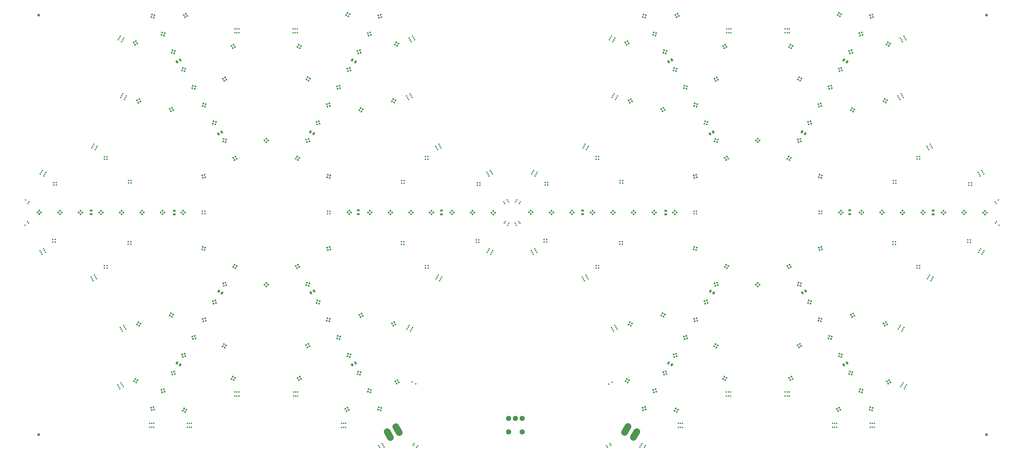
<source format=gbr>
G04 EAGLE Gerber RS-274X export*
G75*
%MOMM*%
%FSLAX34Y34*%
%LPD*%
%INSoldermask Top*%
%IPPOS*%
%AMOC8*
5,1,8,0,0,1.08239X$1,22.5*%
G01*
%ADD10C,0.550800*%
%ADD11C,2.550800*%
%ADD12R,0.600800X0.600800*%
%ADD13R,0.750800X1.050800*%
%ADD14C,1.930400*%
%ADD15C,1.050800*%
%ADD16R,0.600800X0.600800*%
%ADD17R,1.050800X0.750800*%


D10*
X2190249Y31403D03*
X2186499Y37899D03*
X2203239Y38903D03*
X2199489Y45399D03*
X2329070Y31403D03*
X2332820Y37899D03*
X2312330Y32408D03*
X2316080Y38903D03*
X2319830Y45399D03*
X2471122Y121339D03*
X2463622Y121339D03*
X2471122Y106339D03*
X2463622Y106339D03*
X2455809Y121339D03*
X2455809Y106339D03*
X2651240Y239152D03*
X2643740Y239152D03*
X2651240Y224152D03*
X2643740Y224152D03*
X2635927Y239152D03*
X2635927Y224152D03*
X2871240Y239152D03*
X2863740Y239152D03*
X2871240Y224152D03*
X2863740Y224152D03*
X2855927Y239152D03*
X2855927Y224152D03*
X3048740Y121652D03*
X3041240Y121652D03*
X3048740Y106652D03*
X3041240Y106652D03*
X3033427Y121652D03*
X3033427Y106652D03*
X3189990Y121652D03*
X3182490Y121652D03*
X3189990Y106652D03*
X3182490Y106652D03*
X3174677Y121652D03*
X3174677Y106652D03*
X2652490Y1601652D03*
X2644990Y1601652D03*
X2652490Y1586652D03*
X2644990Y1586652D03*
X2637177Y1601652D03*
X2637177Y1586652D03*
X2871240Y1601652D03*
X2863740Y1601652D03*
X2871240Y1586652D03*
X2863740Y1586652D03*
X2855927Y1601652D03*
X2855927Y1586652D03*
X3297070Y272847D03*
X3293320Y266352D03*
X3310060Y265347D03*
X3306310Y258852D03*
X3289414Y259585D03*
X3302404Y252085D03*
X3287747Y488771D03*
X3283997Y482276D03*
X3300737Y481271D03*
X3296987Y474776D03*
X3280090Y475510D03*
X3293081Y468010D03*
X3396497Y677521D03*
X3392747Y671026D03*
X3409487Y670021D03*
X3405737Y663526D03*
X3388840Y664260D03*
X3401831Y656760D03*
X3587747Y776271D03*
X3583997Y769776D03*
X3600737Y768771D03*
X3596987Y762276D03*
X3580090Y763010D03*
X3593081Y755510D03*
X1913997Y1070021D03*
X1910247Y1063526D03*
X1926987Y1062521D03*
X1923237Y1056026D03*
X1906340Y1056760D03*
X1919331Y1049260D03*
X2106497Y1168771D03*
X2102747Y1162276D03*
X2119487Y1161271D03*
X2115737Y1154776D03*
X2098840Y1155510D03*
X2111831Y1148010D03*
X2215247Y1357521D03*
X2211497Y1351026D03*
X2228237Y1350021D03*
X2224487Y1343526D03*
X2207590Y1344260D03*
X2220581Y1336760D03*
X3647459Y878714D03*
X3643709Y872219D03*
X3656700Y864719D03*
X1850726Y960017D03*
X1863716Y952517D03*
X1846819Y953250D03*
X1859810Y945750D03*
X2205385Y1573982D03*
X2201635Y1567487D03*
X2218375Y1566482D03*
X2214625Y1559987D03*
X2197729Y1560720D03*
X2210719Y1553220D03*
X2207931Y275847D03*
X2194941Y268347D03*
X2218254Y488771D03*
X2222004Y482276D03*
X2205264Y481271D03*
X2209014Y474776D03*
X2225911Y475510D03*
X2212921Y468010D03*
X2109504Y677521D03*
X2113254Y671026D03*
X2096514Y670021D03*
X2100264Y663526D03*
X2117161Y664260D03*
X2104171Y656760D03*
X1918254Y776271D03*
X1922004Y769776D03*
X1905264Y768771D03*
X1909014Y762276D03*
X1925911Y763010D03*
X1912921Y755510D03*
X3592004Y1070021D03*
X3595754Y1063526D03*
X3579014Y1062521D03*
X3582764Y1056026D03*
X3599661Y1056760D03*
X3586671Y1049260D03*
X3399504Y1168771D03*
X3403254Y1162276D03*
X3386514Y1161271D03*
X3390264Y1154776D03*
X3407161Y1155510D03*
X3394171Y1148010D03*
X3290754Y1357521D03*
X3294504Y1351026D03*
X3277764Y1350021D03*
X3281514Y1343526D03*
X3298411Y1344260D03*
X3285421Y1336760D03*
X1858542Y878714D03*
X1862292Y872219D03*
X1849302Y864719D03*
X3655276Y960017D03*
X3642285Y952517D03*
X3646192Y945750D03*
X3300616Y1573982D03*
X3304366Y1567487D03*
X3287626Y1566482D03*
X3291376Y1559987D03*
X3308273Y1560720D03*
X3295282Y1553220D03*
X1844783Y872159D03*
X1475751Y31403D03*
X1479501Y37899D03*
X1462761Y38903D03*
X1466511Y45399D03*
X1336930Y31403D03*
X1333180Y37899D03*
X1353670Y32408D03*
X1349920Y38903D03*
X1346170Y45399D03*
X1194878Y121339D03*
X1202378Y121339D03*
X1194878Y106339D03*
X1202378Y106339D03*
X1210191Y121339D03*
X1210191Y106339D03*
X1014760Y239152D03*
X1022260Y239152D03*
X1014760Y224152D03*
X1022260Y224152D03*
X1030073Y239152D03*
X1030073Y224152D03*
X794760Y239152D03*
X802260Y239152D03*
X794760Y224152D03*
X802260Y224152D03*
X810073Y239152D03*
X810073Y224152D03*
X617260Y121652D03*
X624760Y121652D03*
X617260Y106652D03*
X624760Y106652D03*
X632573Y121652D03*
X632573Y106652D03*
X476010Y121652D03*
X483510Y121652D03*
X476010Y106652D03*
X483510Y106652D03*
X491323Y121652D03*
X491323Y106652D03*
X1013510Y1601652D03*
X1021010Y1601652D03*
X1013510Y1586652D03*
X1021010Y1586652D03*
X1028823Y1601652D03*
X1028823Y1586652D03*
X794760Y1601652D03*
X802260Y1601652D03*
X794760Y1586652D03*
X802260Y1586652D03*
X810073Y1601652D03*
X810073Y1586652D03*
X368930Y272847D03*
X372680Y266352D03*
X355940Y265347D03*
X359690Y258852D03*
X376587Y259585D03*
X363596Y252085D03*
X378253Y488771D03*
X382003Y482276D03*
X365263Y481271D03*
X369013Y474776D03*
X385910Y475510D03*
X372919Y468010D03*
X269503Y677521D03*
X273253Y671026D03*
X256513Y670021D03*
X260263Y663526D03*
X277160Y664260D03*
X264169Y656760D03*
X78253Y776271D03*
X82003Y769776D03*
X65263Y768771D03*
X69013Y762276D03*
X85910Y763010D03*
X72919Y755510D03*
X1752003Y1070021D03*
X1755753Y1063526D03*
X1739013Y1062521D03*
X1742763Y1056026D03*
X1759660Y1056760D03*
X1746669Y1049260D03*
X1559503Y1168771D03*
X1563253Y1162276D03*
X1546513Y1161271D03*
X1550263Y1154776D03*
X1567160Y1155510D03*
X1554169Y1148010D03*
X1450753Y1357521D03*
X1454503Y1351026D03*
X1437763Y1350021D03*
X1441513Y1343526D03*
X1458410Y1344260D03*
X1445419Y1336760D03*
X18541Y878714D03*
X22291Y872219D03*
X9300Y864719D03*
X1815274Y960017D03*
X1802284Y952517D03*
X1819181Y953250D03*
X1806190Y945750D03*
X1460615Y1573982D03*
X1464365Y1567487D03*
X1447625Y1566482D03*
X1451375Y1559987D03*
X1468272Y1560720D03*
X1455281Y1553220D03*
X1459069Y276847D03*
X1472059Y269347D03*
X1447746Y488771D03*
X1443996Y482276D03*
X1460736Y481271D03*
X1456986Y474776D03*
X1440089Y475510D03*
X1453079Y468010D03*
X1556496Y677521D03*
X1552746Y671026D03*
X1569486Y670021D03*
X1565736Y663526D03*
X1548839Y664260D03*
X1561829Y656760D03*
X1747746Y776271D03*
X1743996Y769776D03*
X1760736Y768771D03*
X1756986Y762276D03*
X1740089Y763010D03*
X1753079Y755510D03*
X73996Y1070021D03*
X70246Y1063526D03*
X86986Y1062521D03*
X83236Y1056026D03*
X66339Y1056760D03*
X79329Y1049260D03*
X266496Y1168771D03*
X262746Y1162276D03*
X279486Y1161271D03*
X275736Y1154776D03*
X258839Y1155510D03*
X271829Y1148010D03*
X375246Y1357521D03*
X371496Y1351026D03*
X388236Y1350021D03*
X384486Y1343526D03*
X367589Y1344260D03*
X380579Y1336760D03*
X1807458Y878714D03*
X1803708Y872219D03*
X1816698Y864719D03*
X10724Y960017D03*
X23715Y952517D03*
X19808Y945750D03*
X365384Y1573982D03*
X361634Y1567487D03*
X378374Y1566482D03*
X374624Y1559987D03*
X357727Y1560720D03*
X370718Y1553220D03*
X1821217Y872159D03*
D11*
X2299916Y90509D02*
X2287418Y68859D01*
X2254942Y87609D02*
X2267440Y109259D01*
D12*
G36*
X2528135Y513751D02*
X2522332Y512196D01*
X2520777Y517999D01*
X2526580Y519554D01*
X2528135Y513751D01*
G37*
G36*
X2530594Y504575D02*
X2524791Y503020D01*
X2523236Y508823D01*
X2529039Y510378D01*
X2530594Y504575D01*
G37*
G36*
X2521417Y502116D02*
X2515614Y500561D01*
X2514059Y506364D01*
X2519862Y507919D01*
X2521417Y502116D01*
G37*
G36*
X2518959Y511292D02*
X2513156Y509737D01*
X2511601Y515540D01*
X2517404Y517095D01*
X2518959Y511292D01*
G37*
G36*
X2489661Y447191D02*
X2483858Y445636D01*
X2482303Y451439D01*
X2488106Y452994D01*
X2489661Y447191D01*
G37*
G36*
X2492119Y438014D02*
X2486316Y436459D01*
X2484761Y442262D01*
X2490564Y443817D01*
X2492119Y438014D01*
G37*
G36*
X2482943Y435556D02*
X2477140Y434001D01*
X2475585Y439804D01*
X2481388Y441359D01*
X2482943Y435556D01*
G37*
G36*
X2480484Y444732D02*
X2474681Y443177D01*
X2473126Y448980D01*
X2478929Y450535D01*
X2480484Y444732D01*
G37*
G36*
X2451150Y380494D02*
X2445347Y378939D01*
X2443792Y384742D01*
X2449595Y386297D01*
X2451150Y380494D01*
G37*
G36*
X2453608Y371317D02*
X2447805Y369762D01*
X2446250Y375565D01*
X2452053Y377120D01*
X2453608Y371317D01*
G37*
G36*
X2444432Y368858D02*
X2438629Y367303D01*
X2437074Y373106D01*
X2442877Y374661D01*
X2444432Y368858D01*
G37*
G36*
X2441973Y378035D02*
X2436170Y376480D01*
X2434615Y382283D01*
X2440418Y383838D01*
X2441973Y378035D01*
G37*
G36*
X2412675Y313933D02*
X2406872Y312378D01*
X2405317Y318181D01*
X2411120Y319736D01*
X2412675Y313933D01*
G37*
G36*
X2415134Y304757D02*
X2409331Y303202D01*
X2407776Y309005D01*
X2413579Y310560D01*
X2415134Y304757D01*
G37*
G36*
X2405958Y302298D02*
X2400155Y300743D01*
X2398600Y306546D01*
X2404403Y308101D01*
X2405958Y302298D01*
G37*
G36*
X2403499Y311474D02*
X2397696Y309919D01*
X2396141Y315722D01*
X2401944Y317277D01*
X2403499Y311474D01*
G37*
G36*
X2272385Y279056D02*
X2267183Y282060D01*
X2270187Y287262D01*
X2275389Y284258D01*
X2272385Y279056D01*
G37*
G36*
X2267635Y270829D02*
X2262433Y273833D01*
X2265437Y279035D01*
X2270639Y276031D01*
X2267635Y270829D01*
G37*
G36*
X2259408Y275579D02*
X2254206Y278583D01*
X2257210Y283785D01*
X2262412Y280781D01*
X2259408Y275579D01*
G37*
G36*
X2264158Y283806D02*
X2258956Y286810D01*
X2261960Y292012D01*
X2267162Y289008D01*
X2264158Y283806D01*
G37*
G36*
X2450298Y178288D02*
X2447294Y173086D01*
X2442092Y176090D01*
X2445096Y181292D01*
X2450298Y178288D01*
G37*
G36*
X2458526Y173538D02*
X2455522Y168336D01*
X2450320Y171340D01*
X2453324Y176542D01*
X2458526Y173538D01*
G37*
G36*
X2453776Y165311D02*
X2450772Y160109D01*
X2445570Y163113D01*
X2448574Y168315D01*
X2453776Y165311D01*
G37*
G36*
X2445548Y170061D02*
X2442544Y164859D01*
X2437342Y167863D01*
X2440346Y173065D01*
X2445548Y170061D01*
G37*
G36*
X2374343Y247326D02*
X2368540Y245771D01*
X2366985Y251574D01*
X2372788Y253129D01*
X2374343Y247326D01*
G37*
G36*
X2376802Y238149D02*
X2370999Y236594D01*
X2369444Y242397D01*
X2375247Y243952D01*
X2376802Y238149D01*
G37*
G36*
X2367626Y235691D02*
X2361823Y234136D01*
X2360268Y239939D01*
X2366071Y241494D01*
X2367626Y235691D01*
G37*
G36*
X2365167Y244867D02*
X2359364Y243312D01*
X2357809Y249115D01*
X2363612Y250670D01*
X2365167Y244867D01*
G37*
D13*
G36*
X2418602Y354448D02*
X2425104Y350694D01*
X2419850Y341594D01*
X2413348Y345348D01*
X2418602Y354448D01*
G37*
G36*
X2430726Y347448D02*
X2437228Y343694D01*
X2431974Y334594D01*
X2425472Y338348D01*
X2430726Y347448D01*
G37*
D12*
G36*
X2334916Y180503D02*
X2329113Y178948D01*
X2327558Y184751D01*
X2333361Y186306D01*
X2334916Y180503D01*
G37*
G36*
X2337375Y171327D02*
X2331572Y169772D01*
X2330017Y175575D01*
X2335820Y177130D01*
X2337375Y171327D01*
G37*
G36*
X2328199Y168868D02*
X2322396Y167313D01*
X2320841Y173116D01*
X2326644Y174671D01*
X2328199Y168868D01*
G37*
G36*
X2325740Y178044D02*
X2319937Y176489D01*
X2318382Y182292D01*
X2324185Y183847D01*
X2325740Y178044D01*
G37*
G36*
X2518853Y769649D02*
X2520408Y775452D01*
X2526211Y773897D01*
X2524656Y768094D01*
X2518853Y769649D01*
G37*
G36*
X2509676Y772108D02*
X2511231Y777911D01*
X2517034Y776356D01*
X2515479Y770553D01*
X2509676Y772108D01*
G37*
G36*
X2512135Y781284D02*
X2513690Y787087D01*
X2519493Y785532D01*
X2517938Y779729D01*
X2512135Y781284D01*
G37*
G36*
X2521311Y778826D02*
X2522866Y784629D01*
X2528669Y783074D01*
X2527114Y777271D01*
X2521311Y778826D01*
G37*
G36*
X2644021Y707525D02*
X2638819Y710529D01*
X2641823Y715731D01*
X2647025Y712727D01*
X2644021Y707525D01*
G37*
G36*
X2639271Y699298D02*
X2634069Y702302D01*
X2637073Y707504D01*
X2642275Y704500D01*
X2639271Y699298D01*
G37*
G36*
X2631044Y704048D02*
X2625842Y707052D01*
X2628846Y712254D01*
X2634048Y709250D01*
X2631044Y704048D01*
G37*
G36*
X2635794Y712275D02*
X2630592Y715279D01*
X2633596Y720481D01*
X2638798Y717477D01*
X2635794Y712275D01*
G37*
G36*
X2605022Y646979D02*
X2599219Y645424D01*
X2597664Y651227D01*
X2603467Y652782D01*
X2605022Y646979D01*
G37*
G36*
X2607481Y637803D02*
X2601678Y636248D01*
X2600123Y642051D01*
X2605926Y643606D01*
X2607481Y637803D01*
G37*
G36*
X2598304Y635344D02*
X2592501Y633789D01*
X2590946Y639592D01*
X2596749Y641147D01*
X2598304Y635344D01*
G37*
G36*
X2595846Y644521D02*
X2590043Y642966D01*
X2588488Y648769D01*
X2594291Y650324D01*
X2595846Y644521D01*
G37*
G36*
X2566597Y580332D02*
X2560794Y578777D01*
X2559239Y584580D01*
X2565042Y586135D01*
X2566597Y580332D01*
G37*
G36*
X2569056Y571156D02*
X2563253Y569601D01*
X2561698Y575404D01*
X2567501Y576959D01*
X2569056Y571156D01*
G37*
G36*
X2559880Y568697D02*
X2554077Y567142D01*
X2552522Y572945D01*
X2558325Y574500D01*
X2559880Y568697D01*
G37*
G36*
X2557421Y577873D02*
X2551618Y576318D01*
X2550063Y582121D01*
X2555866Y583676D01*
X2557421Y577873D01*
G37*
G36*
X2406156Y525625D02*
X2400954Y528629D01*
X2403958Y533831D01*
X2409160Y530827D01*
X2406156Y525625D01*
G37*
G36*
X2401406Y517398D02*
X2396204Y520402D01*
X2399208Y525604D01*
X2404410Y522600D01*
X2401406Y517398D01*
G37*
G36*
X2393179Y522148D02*
X2387977Y525152D01*
X2390981Y530354D01*
X2396183Y527350D01*
X2393179Y522148D01*
G37*
G36*
X2397929Y530375D02*
X2392727Y533379D01*
X2395731Y538581D01*
X2400933Y535577D01*
X2397929Y530375D01*
G37*
G36*
X2283698Y491835D02*
X2278496Y494839D01*
X2281500Y500041D01*
X2286702Y497037D01*
X2283698Y491835D01*
G37*
G36*
X2278948Y483608D02*
X2273746Y486612D01*
X2276750Y491814D01*
X2281952Y488810D01*
X2278948Y483608D01*
G37*
G36*
X2270721Y488358D02*
X2265519Y491362D01*
X2268523Y496564D01*
X2273725Y493560D01*
X2270721Y488358D01*
G37*
G36*
X2275471Y496585D02*
X2270269Y499589D01*
X2273273Y504791D01*
X2278475Y501787D01*
X2275471Y496585D01*
G37*
G36*
X2599088Y419778D02*
X2596084Y414576D01*
X2590882Y417580D01*
X2593886Y422782D01*
X2599088Y419778D01*
G37*
G36*
X2607315Y415028D02*
X2604311Y409826D01*
X2599109Y412830D01*
X2602113Y418032D01*
X2607315Y415028D01*
G37*
G36*
X2602565Y406800D02*
X2599561Y401598D01*
X2594359Y404602D01*
X2597363Y409804D01*
X2602565Y406800D01*
G37*
G36*
X2594338Y411550D02*
X2591334Y406348D01*
X2586132Y409352D01*
X2589136Y414554D01*
X2594338Y411550D01*
G37*
D13*
G36*
X2575247Y623958D02*
X2581749Y620204D01*
X2576495Y611104D01*
X2569993Y614858D01*
X2575247Y623958D01*
G37*
G36*
X2587371Y616958D02*
X2593873Y613204D01*
X2588619Y604104D01*
X2582117Y607858D01*
X2587371Y616958D01*
G37*
D12*
G36*
X2632397Y297804D02*
X2629393Y292602D01*
X2624191Y295606D01*
X2627195Y300808D01*
X2632397Y297804D01*
G37*
G36*
X2640624Y293054D02*
X2637620Y287852D01*
X2632418Y290856D01*
X2635422Y296058D01*
X2640624Y293054D01*
G37*
G36*
X2635874Y284827D02*
X2632870Y279625D01*
X2627668Y282629D01*
X2630672Y287831D01*
X2635874Y284827D01*
G37*
G36*
X2627647Y289577D02*
X2624643Y284375D01*
X2619441Y287379D01*
X2622445Y292581D01*
X2627647Y289577D01*
G37*
D14*
X1820000Y140000D03*
X1845400Y140000D03*
X1870800Y140000D03*
D15*
X60000Y78888D03*
X60000Y1652646D03*
X3610000Y78888D03*
X3610000Y1652646D03*
D12*
G36*
X2295186Y908550D02*
X2290938Y912798D01*
X2295186Y917046D01*
X2299434Y912798D01*
X2295186Y908550D01*
G37*
G36*
X2288468Y901832D02*
X2284220Y906080D01*
X2288468Y910328D01*
X2292716Y906080D01*
X2288468Y901832D01*
G37*
G36*
X2281751Y908550D02*
X2277503Y912798D01*
X2281751Y917046D01*
X2285999Y912798D01*
X2281751Y908550D01*
G37*
G36*
X2288468Y915268D02*
X2284220Y919516D01*
X2288468Y923764D01*
X2292716Y919516D01*
X2288468Y915268D01*
G37*
G36*
X2218305Y908590D02*
X2214057Y912838D01*
X2218305Y917086D01*
X2222553Y912838D01*
X2218305Y908590D01*
G37*
G36*
X2211588Y901872D02*
X2207340Y906120D01*
X2211588Y910368D01*
X2215836Y906120D01*
X2211588Y901872D01*
G37*
G36*
X2204870Y908590D02*
X2200622Y912838D01*
X2204870Y917086D01*
X2209118Y912838D01*
X2204870Y908590D01*
G37*
G36*
X2211588Y915307D02*
X2207340Y919555D01*
X2211588Y923803D01*
X2215836Y919555D01*
X2211588Y915307D01*
G37*
G36*
X2141288Y908592D02*
X2137040Y912840D01*
X2141288Y917088D01*
X2145536Y912840D01*
X2141288Y908592D01*
G37*
G36*
X2134571Y901875D02*
X2130323Y906123D01*
X2134571Y910371D01*
X2138819Y906123D01*
X2134571Y901875D01*
G37*
G36*
X2127853Y908592D02*
X2123605Y912840D01*
X2127853Y917088D01*
X2132101Y912840D01*
X2127853Y908592D01*
G37*
G36*
X2134571Y915310D02*
X2130323Y919558D01*
X2134571Y923806D01*
X2138819Y919558D01*
X2134571Y915310D01*
G37*
G36*
X2064408Y908632D02*
X2060160Y912880D01*
X2064408Y917128D01*
X2068656Y912880D01*
X2064408Y908632D01*
G37*
G36*
X2057691Y901914D02*
X2053443Y906162D01*
X2057691Y910410D01*
X2061939Y906162D01*
X2057691Y901914D01*
G37*
G36*
X2050973Y908632D02*
X2046725Y912880D01*
X2050973Y917128D01*
X2055221Y912880D01*
X2050973Y908632D01*
G37*
G36*
X2057691Y915349D02*
X2053443Y919597D01*
X2057691Y923845D01*
X2061939Y919597D01*
X2057691Y915349D01*
G37*
D16*
X1967063Y1015692D03*
X1957563Y1015692D03*
X1957563Y1025192D03*
X1967063Y1025192D03*
X1962745Y811231D03*
X1962745Y801731D03*
X1953245Y801731D03*
X1953245Y811231D03*
D12*
G36*
X1987559Y908525D02*
X1983311Y912773D01*
X1987559Y917021D01*
X1991807Y912773D01*
X1987559Y908525D01*
G37*
G36*
X1980841Y901807D02*
X1976593Y906055D01*
X1980841Y910303D01*
X1985089Y906055D01*
X1980841Y901807D01*
G37*
G36*
X1974124Y908525D02*
X1969876Y912773D01*
X1974124Y917021D01*
X1978372Y912773D01*
X1974124Y908525D01*
G37*
G36*
X1980841Y915242D02*
X1976593Y919490D01*
X1980841Y923738D01*
X1985089Y919490D01*
X1980841Y915242D01*
G37*
D17*
X2097204Y920003D03*
X2097204Y906003D03*
D12*
G36*
X1909975Y909258D02*
X1905727Y913506D01*
X1909975Y917754D01*
X1914223Y913506D01*
X1909975Y909258D01*
G37*
G36*
X1903257Y902541D02*
X1899009Y906789D01*
X1903257Y911037D01*
X1907505Y906789D01*
X1903257Y902541D01*
G37*
G36*
X1896540Y909258D02*
X1892292Y913506D01*
X1896540Y917754D01*
X1900788Y913506D01*
X1896540Y909258D01*
G37*
G36*
X1903257Y915976D02*
X1899009Y920224D01*
X1903257Y924472D01*
X1907505Y920224D01*
X1903257Y915976D01*
G37*
G36*
X2512159Y1044538D02*
X2517962Y1046093D01*
X2519517Y1040290D01*
X2513714Y1038735D01*
X2512159Y1044538D01*
G37*
G36*
X2509700Y1053714D02*
X2515503Y1055269D01*
X2517058Y1049466D01*
X2511255Y1047911D01*
X2509700Y1053714D01*
G37*
G36*
X2518876Y1056173D02*
X2524679Y1057728D01*
X2526234Y1051925D01*
X2520431Y1050370D01*
X2518876Y1056173D01*
G37*
G36*
X2521335Y1046996D02*
X2527138Y1048551D01*
X2528693Y1042748D01*
X2522890Y1041193D01*
X2521335Y1046996D01*
G37*
D16*
X2523946Y908080D03*
X2514446Y908080D03*
X2514446Y917580D03*
X2523946Y917580D03*
D12*
G36*
X2449008Y908578D02*
X2444760Y912826D01*
X2449008Y917074D01*
X2453256Y912826D01*
X2449008Y908578D01*
G37*
G36*
X2442290Y901861D02*
X2438042Y906109D01*
X2442290Y910357D01*
X2446538Y906109D01*
X2442290Y901861D01*
G37*
G36*
X2435573Y908578D02*
X2431325Y912826D01*
X2435573Y917074D01*
X2439821Y912826D01*
X2435573Y908578D01*
G37*
G36*
X2442290Y915296D02*
X2438042Y919544D01*
X2442290Y923792D01*
X2446538Y919544D01*
X2442290Y915296D01*
G37*
G36*
X2372078Y908531D02*
X2367830Y912779D01*
X2372078Y917027D01*
X2376326Y912779D01*
X2372078Y908531D01*
G37*
G36*
X2365360Y901813D02*
X2361112Y906061D01*
X2365360Y910309D01*
X2369608Y906061D01*
X2365360Y901813D01*
G37*
G36*
X2358643Y908531D02*
X2354395Y912779D01*
X2358643Y917027D01*
X2362891Y912779D01*
X2358643Y908531D01*
G37*
G36*
X2365360Y915249D02*
X2361112Y919497D01*
X2365360Y923745D01*
X2369608Y919497D01*
X2365360Y915249D01*
G37*
D16*
X2247483Y1023127D03*
X2237983Y1023127D03*
X2237983Y1032627D03*
X2247483Y1032627D03*
X2156991Y1112283D03*
X2147491Y1112283D03*
X2147491Y1121783D03*
X2156991Y1121783D03*
X2246275Y803120D03*
X2246275Y793620D03*
X2236775Y793620D03*
X2236775Y803120D03*
D17*
X2408930Y919099D03*
X2408930Y905099D03*
D16*
X2157298Y713287D03*
X2157298Y703787D03*
X2147798Y703787D03*
X2147798Y713287D03*
D12*
G36*
X2520617Y1307689D02*
X2522172Y1313492D01*
X2527975Y1311937D01*
X2526420Y1306134D01*
X2520617Y1307689D01*
G37*
G36*
X2511440Y1310148D02*
X2512995Y1315951D01*
X2518798Y1314396D01*
X2517243Y1308593D01*
X2511440Y1310148D01*
G37*
G36*
X2513899Y1319324D02*
X2515454Y1325127D01*
X2521257Y1323572D01*
X2519702Y1317769D01*
X2513899Y1319324D01*
G37*
G36*
X2523075Y1316866D02*
X2524630Y1322669D01*
X2530433Y1321114D01*
X2528878Y1315311D01*
X2523075Y1316866D01*
G37*
G36*
X2482211Y1374289D02*
X2483766Y1380092D01*
X2489569Y1378537D01*
X2488014Y1372734D01*
X2482211Y1374289D01*
G37*
G36*
X2473034Y1376748D02*
X2474589Y1382551D01*
X2480392Y1380996D01*
X2478837Y1375193D01*
X2473034Y1376748D01*
G37*
G36*
X2475493Y1385924D02*
X2477048Y1391727D01*
X2482851Y1390172D01*
X2481296Y1384369D01*
X2475493Y1385924D01*
G37*
G36*
X2484669Y1383466D02*
X2486224Y1389269D01*
X2492027Y1387714D01*
X2490472Y1381911D01*
X2484669Y1383466D01*
G37*
G36*
X2443705Y1440989D02*
X2445260Y1446792D01*
X2451063Y1445237D01*
X2449508Y1439434D01*
X2443705Y1440989D01*
G37*
G36*
X2434528Y1443448D02*
X2436083Y1449251D01*
X2441886Y1447696D01*
X2440331Y1441893D01*
X2434528Y1443448D01*
G37*
G36*
X2436987Y1452624D02*
X2438542Y1458427D01*
X2444345Y1456872D01*
X2442790Y1451069D01*
X2436987Y1452624D01*
G37*
G36*
X2446164Y1450166D02*
X2447719Y1455969D01*
X2453522Y1454414D01*
X2451967Y1448611D01*
X2446164Y1450166D01*
G37*
G36*
X2405299Y1507589D02*
X2406854Y1513392D01*
X2412657Y1511837D01*
X2411102Y1506034D01*
X2405299Y1507589D01*
G37*
G36*
X2396123Y1510048D02*
X2397678Y1515851D01*
X2403481Y1514296D01*
X2401926Y1508493D01*
X2396123Y1510048D01*
G37*
G36*
X2398581Y1519224D02*
X2400136Y1525027D01*
X2405939Y1523472D01*
X2404384Y1517669D01*
X2398581Y1519224D01*
G37*
G36*
X2407758Y1516766D02*
X2409313Y1522569D01*
X2415116Y1521014D01*
X2413561Y1515211D01*
X2407758Y1516766D01*
G37*
G36*
X2445240Y1646522D02*
X2450442Y1649526D01*
X2453446Y1644324D01*
X2448244Y1641320D01*
X2445240Y1646522D01*
G37*
G36*
X2440490Y1654749D02*
X2445692Y1657753D01*
X2448696Y1652551D01*
X2443494Y1649547D01*
X2440490Y1654749D01*
G37*
G36*
X2448717Y1659499D02*
X2453919Y1662503D01*
X2456923Y1657301D01*
X2451721Y1654297D01*
X2448717Y1659499D01*
G37*
G36*
X2453467Y1651272D02*
X2458669Y1654276D01*
X2461673Y1649074D01*
X2456471Y1646070D01*
X2453467Y1651272D01*
G37*
G36*
X2269016Y1542829D02*
X2266012Y1548031D01*
X2271214Y1551035D01*
X2274218Y1545833D01*
X2269016Y1542829D01*
G37*
G36*
X2260789Y1538079D02*
X2257785Y1543281D01*
X2262987Y1546285D01*
X2265991Y1541083D01*
X2260789Y1538079D01*
G37*
G36*
X2256039Y1546306D02*
X2253035Y1551508D01*
X2258237Y1554512D01*
X2261241Y1549310D01*
X2256039Y1546306D01*
G37*
G36*
X2264266Y1551056D02*
X2261262Y1556258D01*
X2266464Y1559262D01*
X2269468Y1554060D01*
X2264266Y1551056D01*
G37*
G36*
X2366781Y1574089D02*
X2368336Y1579892D01*
X2374139Y1578337D01*
X2372584Y1572534D01*
X2366781Y1574089D01*
G37*
G36*
X2357605Y1576548D02*
X2359160Y1582351D01*
X2364963Y1580796D01*
X2363408Y1574993D01*
X2357605Y1576548D01*
G37*
G36*
X2360064Y1585724D02*
X2361619Y1591527D01*
X2367422Y1589972D01*
X2365867Y1584169D01*
X2360064Y1585724D01*
G37*
G36*
X2369240Y1583266D02*
X2370795Y1589069D01*
X2376598Y1587514D01*
X2375043Y1581711D01*
X2369240Y1583266D01*
G37*
D13*
G36*
X2437423Y1482200D02*
X2430921Y1478446D01*
X2425667Y1487546D01*
X2432169Y1491300D01*
X2437423Y1482200D01*
G37*
G36*
X2425298Y1475200D02*
X2418796Y1471446D01*
X2413542Y1480546D01*
X2420044Y1484300D01*
X2425298Y1475200D01*
G37*
D12*
G36*
X2328625Y1641646D02*
X2330180Y1647449D01*
X2335983Y1645894D01*
X2334428Y1640091D01*
X2328625Y1641646D01*
G37*
G36*
X2319448Y1644105D02*
X2321003Y1649908D01*
X2326806Y1648353D01*
X2325251Y1642550D01*
X2319448Y1644105D01*
G37*
G36*
X2321907Y1653281D02*
X2323462Y1659084D01*
X2329265Y1657529D01*
X2327710Y1651726D01*
X2321907Y1653281D01*
G37*
G36*
X2331083Y1650822D02*
X2332638Y1656625D01*
X2338441Y1655070D01*
X2336886Y1649267D01*
X2331083Y1650822D01*
G37*
G36*
X2746872Y1187779D02*
X2751120Y1183531D01*
X2746872Y1179283D01*
X2742624Y1183531D01*
X2746872Y1187779D01*
G37*
G36*
X2753590Y1194496D02*
X2757838Y1190248D01*
X2753590Y1186000D01*
X2749342Y1190248D01*
X2753590Y1194496D01*
G37*
G36*
X2760307Y1187779D02*
X2764555Y1183531D01*
X2760307Y1179283D01*
X2756059Y1183531D01*
X2760307Y1187779D01*
G37*
G36*
X2753590Y1181061D02*
X2757838Y1176813D01*
X2753590Y1172565D01*
X2749342Y1176813D01*
X2753590Y1181061D01*
G37*
G36*
X2630487Y1110441D02*
X2635689Y1113445D01*
X2638693Y1108243D01*
X2633491Y1105239D01*
X2630487Y1110441D01*
G37*
G36*
X2625737Y1118669D02*
X2630939Y1121673D01*
X2633943Y1116471D01*
X2628741Y1113467D01*
X2625737Y1118669D01*
G37*
G36*
X2633964Y1123419D02*
X2639166Y1126423D01*
X2642170Y1121221D01*
X2636968Y1118217D01*
X2633964Y1123419D01*
G37*
G36*
X2638714Y1115191D02*
X2643916Y1118195D01*
X2646920Y1112993D01*
X2641718Y1109989D01*
X2638714Y1115191D01*
G37*
G36*
X2597552Y1174489D02*
X2599107Y1180292D01*
X2604910Y1178737D01*
X2603355Y1172934D01*
X2597552Y1174489D01*
G37*
G36*
X2588376Y1176948D02*
X2589931Y1182751D01*
X2595734Y1181196D01*
X2594179Y1175393D01*
X2588376Y1176948D01*
G37*
G36*
X2590835Y1186124D02*
X2592390Y1191927D01*
X2598193Y1190372D01*
X2596638Y1184569D01*
X2590835Y1186124D01*
G37*
G36*
X2600011Y1183666D02*
X2601566Y1189469D01*
X2607369Y1187914D01*
X2605814Y1182111D01*
X2600011Y1183666D01*
G37*
G36*
X2559046Y1241089D02*
X2560601Y1246892D01*
X2566404Y1245337D01*
X2564849Y1239534D01*
X2559046Y1241089D01*
G37*
G36*
X2549870Y1243548D02*
X2551425Y1249351D01*
X2557228Y1247796D01*
X2555673Y1241993D01*
X2549870Y1243548D01*
G37*
G36*
X2552329Y1252725D02*
X2553884Y1258528D01*
X2559687Y1256973D01*
X2558132Y1251170D01*
X2552329Y1252725D01*
G37*
G36*
X2561505Y1250266D02*
X2563060Y1256069D01*
X2568863Y1254514D01*
X2567308Y1248711D01*
X2561505Y1250266D01*
G37*
G36*
X2591889Y1407388D02*
X2597091Y1410392D01*
X2600095Y1405190D01*
X2594893Y1402186D01*
X2591889Y1407388D01*
G37*
G36*
X2587139Y1415615D02*
X2592341Y1418619D01*
X2595345Y1413417D01*
X2590143Y1410413D01*
X2587139Y1415615D01*
G37*
G36*
X2595366Y1420365D02*
X2600568Y1423369D01*
X2603572Y1418167D01*
X2598370Y1415163D01*
X2595366Y1420365D01*
G37*
G36*
X2600116Y1412138D02*
X2605318Y1415142D01*
X2608322Y1409940D01*
X2603120Y1406936D01*
X2600116Y1412138D01*
G37*
G36*
X2623855Y1530335D02*
X2629057Y1533339D01*
X2632061Y1528137D01*
X2626859Y1525133D01*
X2623855Y1530335D01*
G37*
G36*
X2619105Y1538562D02*
X2624307Y1541566D01*
X2627311Y1536364D01*
X2622109Y1533360D01*
X2619105Y1538562D01*
G37*
G36*
X2627332Y1543312D02*
X2632534Y1546316D01*
X2635538Y1541114D01*
X2630336Y1538110D01*
X2627332Y1543312D01*
G37*
G36*
X2632082Y1535085D02*
X2637284Y1538089D01*
X2640288Y1532887D01*
X2635086Y1529883D01*
X2632082Y1535085D01*
G37*
G36*
X2403758Y1293229D02*
X2400754Y1298431D01*
X2405956Y1301435D01*
X2408960Y1296233D01*
X2403758Y1293229D01*
G37*
G36*
X2395530Y1288479D02*
X2392526Y1293681D01*
X2397728Y1296685D01*
X2400732Y1291483D01*
X2395530Y1288479D01*
G37*
G36*
X2390780Y1296706D02*
X2387776Y1301908D01*
X2392978Y1304912D01*
X2395982Y1299710D01*
X2390780Y1296706D01*
G37*
G36*
X2399008Y1301456D02*
X2396004Y1306658D01*
X2401206Y1309662D01*
X2404210Y1304460D01*
X2399008Y1301456D01*
G37*
D13*
G36*
X2592503Y1211786D02*
X2586001Y1208032D01*
X2580747Y1217132D01*
X2587249Y1220886D01*
X2592503Y1211786D01*
G37*
G36*
X2580379Y1204786D02*
X2573877Y1201032D01*
X2568623Y1210132D01*
X2575125Y1213886D01*
X2580379Y1204786D01*
G37*
D12*
G36*
X2281471Y1325369D02*
X2278467Y1330571D01*
X2283669Y1333575D01*
X2286673Y1328373D01*
X2281471Y1325369D01*
G37*
G36*
X2273244Y1320619D02*
X2270240Y1325821D01*
X2275442Y1328825D01*
X2278446Y1323623D01*
X2273244Y1320619D01*
G37*
G36*
X2268494Y1328846D02*
X2265490Y1334048D01*
X2270692Y1337052D01*
X2273696Y1331850D01*
X2268494Y1328846D01*
G37*
G36*
X2276721Y1333596D02*
X2273717Y1338798D01*
X2278919Y1341802D01*
X2281923Y1336600D01*
X2276721Y1333596D01*
G37*
G36*
X2978997Y1312030D02*
X2984800Y1313585D01*
X2986355Y1307782D01*
X2980552Y1306227D01*
X2978997Y1312030D01*
G37*
G36*
X2976538Y1321206D02*
X2982341Y1322761D01*
X2983896Y1316958D01*
X2978093Y1315403D01*
X2976538Y1321206D01*
G37*
G36*
X2985715Y1323665D02*
X2991518Y1325220D01*
X2993073Y1319417D01*
X2987270Y1317862D01*
X2985715Y1323665D01*
G37*
G36*
X2988173Y1314489D02*
X2993976Y1316044D01*
X2995531Y1310241D01*
X2989728Y1308686D01*
X2988173Y1314489D01*
G37*
G36*
X3017471Y1378590D02*
X3023274Y1380145D01*
X3024829Y1374342D01*
X3019026Y1372787D01*
X3017471Y1378590D01*
G37*
G36*
X3015013Y1387767D02*
X3020816Y1389322D01*
X3022371Y1383519D01*
X3016568Y1381964D01*
X3015013Y1387767D01*
G37*
G36*
X3024189Y1390226D02*
X3029992Y1391781D01*
X3031547Y1385978D01*
X3025744Y1384423D01*
X3024189Y1390226D01*
G37*
G36*
X3026648Y1381049D02*
X3032451Y1382604D01*
X3034006Y1376801D01*
X3028203Y1375246D01*
X3026648Y1381049D01*
G37*
G36*
X3055982Y1445288D02*
X3061785Y1446843D01*
X3063340Y1441040D01*
X3057537Y1439485D01*
X3055982Y1445288D01*
G37*
G36*
X3053524Y1454464D02*
X3059327Y1456019D01*
X3060882Y1450216D01*
X3055079Y1448661D01*
X3053524Y1454464D01*
G37*
G36*
X3062700Y1456923D02*
X3068503Y1458478D01*
X3070058Y1452675D01*
X3064255Y1451120D01*
X3062700Y1456923D01*
G37*
G36*
X3065159Y1447746D02*
X3070962Y1449301D01*
X3072517Y1443498D01*
X3066714Y1441943D01*
X3065159Y1447746D01*
G37*
G36*
X3094457Y1511848D02*
X3100260Y1513403D01*
X3101815Y1507600D01*
X3096012Y1506045D01*
X3094457Y1511848D01*
G37*
G36*
X3091998Y1521024D02*
X3097801Y1522579D01*
X3099356Y1516776D01*
X3093553Y1515221D01*
X3091998Y1521024D01*
G37*
G36*
X3101174Y1523483D02*
X3106977Y1525038D01*
X3108532Y1519235D01*
X3102729Y1517680D01*
X3101174Y1523483D01*
G37*
G36*
X3103633Y1514307D02*
X3109436Y1515862D01*
X3110991Y1510059D01*
X3105188Y1508504D01*
X3103633Y1514307D01*
G37*
G36*
X3234747Y1546725D02*
X3239949Y1543721D01*
X3236945Y1538519D01*
X3231743Y1541523D01*
X3234747Y1546725D01*
G37*
G36*
X3239497Y1554952D02*
X3244699Y1551948D01*
X3241695Y1546746D01*
X3236493Y1549750D01*
X3239497Y1554952D01*
G37*
G36*
X3247724Y1550202D02*
X3252926Y1547198D01*
X3249922Y1541996D01*
X3244720Y1545000D01*
X3247724Y1550202D01*
G37*
G36*
X3242974Y1541975D02*
X3248176Y1538971D01*
X3245172Y1533769D01*
X3239970Y1536773D01*
X3242974Y1541975D01*
G37*
G36*
X3056834Y1647493D02*
X3059838Y1652695D01*
X3065040Y1649691D01*
X3062036Y1644489D01*
X3056834Y1647493D01*
G37*
G36*
X3048606Y1652243D02*
X3051610Y1657445D01*
X3056812Y1654441D01*
X3053808Y1649239D01*
X3048606Y1652243D01*
G37*
G36*
X3053356Y1660470D02*
X3056360Y1665672D01*
X3061562Y1662668D01*
X3058558Y1657466D01*
X3053356Y1660470D01*
G37*
G36*
X3061584Y1655720D02*
X3064588Y1660922D01*
X3069790Y1657918D01*
X3066786Y1652716D01*
X3061584Y1655720D01*
G37*
G36*
X3132789Y1578455D02*
X3138592Y1580010D01*
X3140147Y1574207D01*
X3134344Y1572652D01*
X3132789Y1578455D01*
G37*
G36*
X3130330Y1587632D02*
X3136133Y1589187D01*
X3137688Y1583384D01*
X3131885Y1581829D01*
X3130330Y1587632D01*
G37*
G36*
X3139506Y1590090D02*
X3145309Y1591645D01*
X3146864Y1585842D01*
X3141061Y1584287D01*
X3139506Y1590090D01*
G37*
G36*
X3141965Y1580914D02*
X3147768Y1582469D01*
X3149323Y1576666D01*
X3143520Y1575111D01*
X3141965Y1580914D01*
G37*
D13*
G36*
X3088530Y1471333D02*
X3082028Y1475087D01*
X3087282Y1484187D01*
X3093784Y1480433D01*
X3088530Y1471333D01*
G37*
G36*
X3076406Y1478333D02*
X3069904Y1482087D01*
X3075158Y1491187D01*
X3081660Y1487433D01*
X3076406Y1478333D01*
G37*
D12*
G36*
X3172216Y1645278D02*
X3178019Y1646833D01*
X3179574Y1641030D01*
X3173771Y1639475D01*
X3172216Y1645278D01*
G37*
G36*
X3169757Y1654454D02*
X3175560Y1656009D01*
X3177115Y1650206D01*
X3171312Y1648651D01*
X3169757Y1654454D01*
G37*
G36*
X3178933Y1656913D02*
X3184736Y1658468D01*
X3186291Y1652665D01*
X3180488Y1651110D01*
X3178933Y1656913D01*
G37*
G36*
X3181392Y1647737D02*
X3187195Y1649292D01*
X3188750Y1643489D01*
X3182947Y1641934D01*
X3181392Y1647737D01*
G37*
G36*
X2988279Y1056132D02*
X2986724Y1050329D01*
X2980921Y1051884D01*
X2982476Y1057687D01*
X2988279Y1056132D01*
G37*
G36*
X2997456Y1053673D02*
X2995901Y1047870D01*
X2990098Y1049425D01*
X2991653Y1055228D01*
X2997456Y1053673D01*
G37*
G36*
X2994997Y1044497D02*
X2993442Y1038694D01*
X2987639Y1040249D01*
X2989194Y1046052D01*
X2994997Y1044497D01*
G37*
G36*
X2985821Y1046956D02*
X2984266Y1041153D01*
X2978463Y1042708D01*
X2980018Y1048511D01*
X2985821Y1046956D01*
G37*
G36*
X2863111Y1118256D02*
X2868313Y1115252D01*
X2865309Y1110050D01*
X2860107Y1113054D01*
X2863111Y1118256D01*
G37*
G36*
X2867861Y1126483D02*
X2873063Y1123479D01*
X2870059Y1118277D01*
X2864857Y1121281D01*
X2867861Y1126483D01*
G37*
G36*
X2876088Y1121733D02*
X2881290Y1118729D01*
X2878286Y1113527D01*
X2873084Y1116531D01*
X2876088Y1121733D01*
G37*
G36*
X2871338Y1113506D02*
X2876540Y1110502D01*
X2873536Y1105300D01*
X2868334Y1108304D01*
X2871338Y1113506D01*
G37*
G36*
X2902110Y1178802D02*
X2907913Y1180357D01*
X2909468Y1174554D01*
X2903665Y1172999D01*
X2902110Y1178802D01*
G37*
G36*
X2899651Y1187978D02*
X2905454Y1189533D01*
X2907009Y1183730D01*
X2901206Y1182175D01*
X2899651Y1187978D01*
G37*
G36*
X2908828Y1190437D02*
X2914631Y1191992D01*
X2916186Y1186189D01*
X2910383Y1184634D01*
X2908828Y1190437D01*
G37*
G36*
X2911287Y1181261D02*
X2917090Y1182816D01*
X2918645Y1177013D01*
X2912842Y1175458D01*
X2911287Y1181261D01*
G37*
G36*
X2940535Y1245449D02*
X2946338Y1247004D01*
X2947893Y1241201D01*
X2942090Y1239646D01*
X2940535Y1245449D01*
G37*
G36*
X2938076Y1254625D02*
X2943879Y1256180D01*
X2945434Y1250377D01*
X2939631Y1248822D01*
X2938076Y1254625D01*
G37*
G36*
X2947252Y1257084D02*
X2953055Y1258639D01*
X2954610Y1252836D01*
X2948807Y1251281D01*
X2947252Y1257084D01*
G37*
G36*
X2949711Y1247908D02*
X2955514Y1249463D01*
X2957069Y1243660D01*
X2951266Y1242105D01*
X2949711Y1247908D01*
G37*
G36*
X3100976Y1300156D02*
X3106178Y1297152D01*
X3103174Y1291950D01*
X3097972Y1294954D01*
X3100976Y1300156D01*
G37*
G36*
X3105726Y1308383D02*
X3110928Y1305379D01*
X3107924Y1300177D01*
X3102722Y1303181D01*
X3105726Y1308383D01*
G37*
G36*
X3113953Y1303633D02*
X3119155Y1300629D01*
X3116151Y1295427D01*
X3110949Y1298431D01*
X3113953Y1303633D01*
G37*
G36*
X3109203Y1295406D02*
X3114405Y1292402D01*
X3111401Y1287200D01*
X3106199Y1290204D01*
X3109203Y1295406D01*
G37*
G36*
X3223434Y1333946D02*
X3228636Y1330942D01*
X3225632Y1325740D01*
X3220430Y1328744D01*
X3223434Y1333946D01*
G37*
G36*
X3228184Y1342174D02*
X3233386Y1339170D01*
X3230382Y1333968D01*
X3225180Y1336972D01*
X3228184Y1342174D01*
G37*
G36*
X3236411Y1337424D02*
X3241613Y1334420D01*
X3238609Y1329218D01*
X3233407Y1332222D01*
X3236411Y1337424D01*
G37*
G36*
X3231661Y1329196D02*
X3236863Y1326192D01*
X3233859Y1320990D01*
X3228657Y1323994D01*
X3231661Y1329196D01*
G37*
G36*
X2908044Y1406004D02*
X2911048Y1411206D01*
X2916250Y1408202D01*
X2913246Y1403000D01*
X2908044Y1406004D01*
G37*
G36*
X2899817Y1410754D02*
X2902821Y1415956D01*
X2908023Y1412952D01*
X2905019Y1407750D01*
X2899817Y1410754D01*
G37*
G36*
X2904567Y1418981D02*
X2907571Y1424183D01*
X2912773Y1421179D01*
X2909769Y1415977D01*
X2904567Y1418981D01*
G37*
G36*
X2912794Y1414231D02*
X2915798Y1419433D01*
X2921000Y1416429D01*
X2917996Y1411227D01*
X2912794Y1414231D01*
G37*
D13*
G36*
X2931885Y1201823D02*
X2925383Y1205577D01*
X2930637Y1214677D01*
X2937139Y1210923D01*
X2931885Y1201823D01*
G37*
G36*
X2919761Y1208823D02*
X2913259Y1212577D01*
X2918513Y1221677D01*
X2925015Y1217923D01*
X2919761Y1208823D01*
G37*
D12*
G36*
X2874735Y1527977D02*
X2877739Y1533179D01*
X2882941Y1530175D01*
X2879937Y1524973D01*
X2874735Y1527977D01*
G37*
G36*
X2866508Y1532727D02*
X2869512Y1537929D01*
X2874714Y1534925D01*
X2871710Y1529723D01*
X2866508Y1532727D01*
G37*
G36*
X2871258Y1540954D02*
X2874262Y1546156D01*
X2879464Y1543152D01*
X2876460Y1537950D01*
X2871258Y1540954D01*
G37*
G36*
X2879485Y1536204D02*
X2882489Y1541406D01*
X2887691Y1538402D01*
X2884687Y1533200D01*
X2879485Y1536204D01*
G37*
G36*
X3211946Y917231D02*
X3216194Y912983D01*
X3211946Y908735D01*
X3207698Y912983D01*
X3211946Y917231D01*
G37*
G36*
X3218664Y923949D02*
X3222912Y919701D01*
X3218664Y915453D01*
X3214416Y919701D01*
X3218664Y923949D01*
G37*
G36*
X3225381Y917231D02*
X3229629Y912983D01*
X3225381Y908735D01*
X3221133Y912983D01*
X3225381Y917231D01*
G37*
G36*
X3218664Y910514D02*
X3222912Y906266D01*
X3218664Y902018D01*
X3214416Y906266D01*
X3218664Y910514D01*
G37*
G36*
X3288827Y917192D02*
X3293075Y912944D01*
X3288827Y908696D01*
X3284579Y912944D01*
X3288827Y917192D01*
G37*
G36*
X3295544Y923909D02*
X3299792Y919661D01*
X3295544Y915413D01*
X3291296Y919661D01*
X3295544Y923909D01*
G37*
G36*
X3302262Y917192D02*
X3306510Y912944D01*
X3302262Y908696D01*
X3298014Y912944D01*
X3302262Y917192D01*
G37*
G36*
X3295544Y910474D02*
X3299792Y906226D01*
X3295544Y901978D01*
X3291296Y906226D01*
X3295544Y910474D01*
G37*
G36*
X3365844Y917189D02*
X3370092Y912941D01*
X3365844Y908693D01*
X3361596Y912941D01*
X3365844Y917189D01*
G37*
G36*
X3372561Y923906D02*
X3376809Y919658D01*
X3372561Y915410D01*
X3368313Y919658D01*
X3372561Y923906D01*
G37*
G36*
X3379279Y917189D02*
X3383527Y912941D01*
X3379279Y908693D01*
X3375031Y912941D01*
X3379279Y917189D01*
G37*
G36*
X3372561Y910471D02*
X3376809Y906223D01*
X3372561Y901975D01*
X3368313Y906223D01*
X3372561Y910471D01*
G37*
G36*
X3442724Y917149D02*
X3446972Y912901D01*
X3442724Y908653D01*
X3438476Y912901D01*
X3442724Y917149D01*
G37*
G36*
X3449441Y923867D02*
X3453689Y919619D01*
X3449441Y915371D01*
X3445193Y919619D01*
X3449441Y923867D01*
G37*
G36*
X3456159Y917149D02*
X3460407Y912901D01*
X3456159Y908653D01*
X3451911Y912901D01*
X3456159Y917149D01*
G37*
G36*
X3449441Y910432D02*
X3453689Y906184D01*
X3449441Y901936D01*
X3445193Y906184D01*
X3449441Y910432D01*
G37*
D16*
X3540069Y810090D03*
X3549569Y810090D03*
X3549569Y800590D03*
X3540069Y800590D03*
X3544387Y1014551D03*
X3544387Y1024051D03*
X3553887Y1024051D03*
X3553887Y1014551D03*
D12*
G36*
X3519573Y917257D02*
X3523821Y913009D01*
X3519573Y908761D01*
X3515325Y913009D01*
X3519573Y917257D01*
G37*
G36*
X3526291Y923974D02*
X3530539Y919726D01*
X3526291Y915478D01*
X3522043Y919726D01*
X3526291Y923974D01*
G37*
G36*
X3533008Y917257D02*
X3537256Y913009D01*
X3533008Y908761D01*
X3528760Y913009D01*
X3533008Y917257D01*
G37*
G36*
X3526291Y910539D02*
X3530539Y906291D01*
X3526291Y902043D01*
X3522043Y906291D01*
X3526291Y910539D01*
G37*
D17*
X3409928Y905778D03*
X3409928Y919778D03*
D12*
G36*
X3597157Y916523D02*
X3601405Y912275D01*
X3597157Y908027D01*
X3592909Y912275D01*
X3597157Y916523D01*
G37*
G36*
X3603875Y923240D02*
X3608123Y918992D01*
X3603875Y914744D01*
X3599627Y918992D01*
X3603875Y923240D01*
G37*
G36*
X3610592Y916523D02*
X3614840Y912275D01*
X3610592Y908027D01*
X3606344Y912275D01*
X3610592Y916523D01*
G37*
G36*
X3603875Y909805D02*
X3608123Y905557D01*
X3603875Y901309D01*
X3599627Y905557D01*
X3603875Y909805D01*
G37*
G36*
X2994973Y781244D02*
X2989170Y779689D01*
X2987615Y785492D01*
X2993418Y787047D01*
X2994973Y781244D01*
G37*
G36*
X2997432Y772067D02*
X2991629Y770512D01*
X2990074Y776315D01*
X2995877Y777870D01*
X2997432Y772067D01*
G37*
G36*
X2988256Y769608D02*
X2982453Y768053D01*
X2980898Y773856D01*
X2986701Y775411D01*
X2988256Y769608D01*
G37*
G36*
X2985797Y778785D02*
X2979994Y777230D01*
X2978439Y783033D01*
X2984242Y784588D01*
X2985797Y778785D01*
G37*
D16*
X2983186Y917701D03*
X2992686Y917701D03*
X2992686Y908201D03*
X2983186Y908201D03*
D12*
G36*
X3058124Y917203D02*
X3062372Y912955D01*
X3058124Y908707D01*
X3053876Y912955D01*
X3058124Y917203D01*
G37*
G36*
X3064842Y923921D02*
X3069090Y919673D01*
X3064842Y915425D01*
X3060594Y919673D01*
X3064842Y923921D01*
G37*
G36*
X3071559Y917203D02*
X3075807Y912955D01*
X3071559Y908707D01*
X3067311Y912955D01*
X3071559Y917203D01*
G37*
G36*
X3064842Y910486D02*
X3069090Y906238D01*
X3064842Y901990D01*
X3060594Y906238D01*
X3064842Y910486D01*
G37*
G36*
X3135054Y917250D02*
X3139302Y913002D01*
X3135054Y908754D01*
X3130806Y913002D01*
X3135054Y917250D01*
G37*
G36*
X3141772Y923968D02*
X3146020Y919720D01*
X3141772Y915472D01*
X3137524Y919720D01*
X3141772Y923968D01*
G37*
G36*
X3148489Y917250D02*
X3152737Y913002D01*
X3148489Y908754D01*
X3144241Y913002D01*
X3148489Y917250D01*
G37*
G36*
X3141772Y910533D02*
X3146020Y906285D01*
X3141772Y902037D01*
X3137524Y906285D01*
X3141772Y910533D01*
G37*
D16*
X3259649Y802655D03*
X3269149Y802655D03*
X3269149Y793155D03*
X3259649Y793155D03*
X3350141Y713498D03*
X3359641Y713498D03*
X3359641Y703998D03*
X3350141Y703998D03*
X3260857Y1022661D03*
X3260857Y1032161D03*
X3270357Y1032161D03*
X3270357Y1022661D03*
D17*
X3098202Y906682D03*
X3098202Y920682D03*
D16*
X3349834Y1112495D03*
X3349834Y1121995D03*
X3359334Y1121995D03*
X3359334Y1112495D03*
D12*
G36*
X2986515Y518092D02*
X2984960Y512289D01*
X2979157Y513844D01*
X2980712Y519647D01*
X2986515Y518092D01*
G37*
G36*
X2995692Y515633D02*
X2994137Y509830D01*
X2988334Y511385D01*
X2989889Y517188D01*
X2995692Y515633D01*
G37*
G36*
X2993233Y506457D02*
X2991678Y500654D01*
X2985875Y502209D01*
X2987430Y508012D01*
X2993233Y506457D01*
G37*
G36*
X2984057Y508915D02*
X2982502Y503112D01*
X2976699Y504667D01*
X2978254Y510470D01*
X2984057Y508915D01*
G37*
G36*
X3024921Y451492D02*
X3023366Y445689D01*
X3017563Y447244D01*
X3019118Y453047D01*
X3024921Y451492D01*
G37*
G36*
X3034098Y449033D02*
X3032543Y443230D01*
X3026740Y444785D01*
X3028295Y450588D01*
X3034098Y449033D01*
G37*
G36*
X3031639Y439857D02*
X3030084Y434054D01*
X3024281Y435609D01*
X3025836Y441412D01*
X3031639Y439857D01*
G37*
G36*
X3022463Y442315D02*
X3020908Y436512D01*
X3015105Y438067D01*
X3016660Y443870D01*
X3022463Y442315D01*
G37*
G36*
X3063427Y384792D02*
X3061872Y378989D01*
X3056069Y380544D01*
X3057624Y386347D01*
X3063427Y384792D01*
G37*
G36*
X3072604Y382333D02*
X3071049Y376530D01*
X3065246Y378085D01*
X3066801Y383888D01*
X3072604Y382333D01*
G37*
G36*
X3070145Y373157D02*
X3068590Y367354D01*
X3062787Y368909D01*
X3064342Y374712D01*
X3070145Y373157D01*
G37*
G36*
X3060968Y375615D02*
X3059413Y369812D01*
X3053610Y371367D01*
X3055165Y377170D01*
X3060968Y375615D01*
G37*
G36*
X3101833Y318192D02*
X3100278Y312389D01*
X3094475Y313944D01*
X3096030Y319747D01*
X3101833Y318192D01*
G37*
G36*
X3111009Y315733D02*
X3109454Y309930D01*
X3103651Y311485D01*
X3105206Y317288D01*
X3111009Y315733D01*
G37*
G36*
X3108551Y306557D02*
X3106996Y300754D01*
X3101193Y302309D01*
X3102748Y308112D01*
X3108551Y306557D01*
G37*
G36*
X3099374Y309015D02*
X3097819Y303212D01*
X3092016Y304767D01*
X3093571Y310570D01*
X3099374Y309015D01*
G37*
G36*
X3061892Y179259D02*
X3056690Y176255D01*
X3053686Y181457D01*
X3058888Y184461D01*
X3061892Y179259D01*
G37*
G36*
X3066642Y171032D02*
X3061440Y168028D01*
X3058436Y173230D01*
X3063638Y176234D01*
X3066642Y171032D01*
G37*
G36*
X3058415Y166282D02*
X3053213Y163278D01*
X3050209Y168480D01*
X3055411Y171484D01*
X3058415Y166282D01*
G37*
G36*
X3053665Y174509D02*
X3048463Y171505D01*
X3045459Y176707D01*
X3050661Y179711D01*
X3053665Y174509D01*
G37*
G36*
X3238116Y282952D02*
X3241120Y277750D01*
X3235918Y274746D01*
X3232914Y279948D01*
X3238116Y282952D01*
G37*
G36*
X3246343Y287702D02*
X3249347Y282500D01*
X3244145Y279496D01*
X3241141Y284698D01*
X3246343Y287702D01*
G37*
G36*
X3251093Y279475D02*
X3254097Y274273D01*
X3248895Y271269D01*
X3245891Y276471D01*
X3251093Y279475D01*
G37*
G36*
X3242866Y274725D02*
X3245870Y269523D01*
X3240668Y266519D01*
X3237664Y271721D01*
X3242866Y274725D01*
G37*
G36*
X3140351Y251692D02*
X3138796Y245889D01*
X3132993Y247444D01*
X3134548Y253247D01*
X3140351Y251692D01*
G37*
G36*
X3149527Y249233D02*
X3147972Y243430D01*
X3142169Y244985D01*
X3143724Y250788D01*
X3149527Y249233D01*
G37*
G36*
X3147068Y240057D02*
X3145513Y234254D01*
X3139710Y235809D01*
X3141265Y241612D01*
X3147068Y240057D01*
G37*
G36*
X3137892Y242515D02*
X3136337Y236712D01*
X3130534Y238267D01*
X3132089Y244070D01*
X3137892Y242515D01*
G37*
D13*
G36*
X3069709Y343581D02*
X3076211Y347335D01*
X3081465Y338235D01*
X3074963Y334481D01*
X3069709Y343581D01*
G37*
G36*
X3081834Y350581D02*
X3088336Y354335D01*
X3093590Y345235D01*
X3087088Y341481D01*
X3081834Y350581D01*
G37*
D12*
G36*
X3178507Y184135D02*
X3176952Y178332D01*
X3171149Y179887D01*
X3172704Y185690D01*
X3178507Y184135D01*
G37*
G36*
X3187684Y181677D02*
X3186129Y175874D01*
X3180326Y177429D01*
X3181881Y183232D01*
X3187684Y181677D01*
G37*
G36*
X3185225Y172500D02*
X3183670Y166697D01*
X3177867Y168252D01*
X3179422Y174055D01*
X3185225Y172500D01*
G37*
G36*
X3176049Y174959D02*
X3174494Y169156D01*
X3168691Y170711D01*
X3170246Y176514D01*
X3176049Y174959D01*
G37*
G36*
X2760260Y638002D02*
X2756012Y642250D01*
X2760260Y646498D01*
X2764508Y642250D01*
X2760260Y638002D01*
G37*
G36*
X2753542Y631285D02*
X2749294Y635533D01*
X2753542Y639781D01*
X2757790Y635533D01*
X2753542Y631285D01*
G37*
G36*
X2746825Y638002D02*
X2742577Y642250D01*
X2746825Y646498D01*
X2751073Y642250D01*
X2746825Y638002D01*
G37*
G36*
X2753542Y644720D02*
X2749294Y648968D01*
X2753542Y653216D01*
X2757790Y648968D01*
X2753542Y644720D01*
G37*
G36*
X2876645Y715340D02*
X2871443Y712336D01*
X2868439Y717538D01*
X2873641Y720542D01*
X2876645Y715340D01*
G37*
G36*
X2881395Y707113D02*
X2876193Y704109D01*
X2873189Y709311D01*
X2878391Y712315D01*
X2881395Y707113D01*
G37*
G36*
X2873168Y702363D02*
X2867966Y699359D01*
X2864962Y704561D01*
X2870164Y707565D01*
X2873168Y702363D01*
G37*
G36*
X2868418Y710590D02*
X2863216Y707586D01*
X2860212Y712788D01*
X2865414Y715792D01*
X2868418Y710590D01*
G37*
G36*
X2909580Y651292D02*
X2908025Y645489D01*
X2902222Y647044D01*
X2903777Y652847D01*
X2909580Y651292D01*
G37*
G36*
X2918756Y648833D02*
X2917201Y643030D01*
X2911398Y644585D01*
X2912953Y650388D01*
X2918756Y648833D01*
G37*
G36*
X2916297Y639657D02*
X2914742Y633854D01*
X2908939Y635409D01*
X2910494Y641212D01*
X2916297Y639657D01*
G37*
G36*
X2907121Y642115D02*
X2905566Y636312D01*
X2899763Y637867D01*
X2901318Y643670D01*
X2907121Y642115D01*
G37*
G36*
X2948086Y584692D02*
X2946531Y578889D01*
X2940728Y580444D01*
X2942283Y586247D01*
X2948086Y584692D01*
G37*
G36*
X2957262Y582233D02*
X2955707Y576430D01*
X2949904Y577985D01*
X2951459Y583788D01*
X2957262Y582233D01*
G37*
G36*
X2954803Y573057D02*
X2953248Y567254D01*
X2947445Y568809D01*
X2949000Y574612D01*
X2954803Y573057D01*
G37*
G36*
X2945627Y575515D02*
X2944072Y569712D01*
X2938269Y571267D01*
X2939824Y577070D01*
X2945627Y575515D01*
G37*
G36*
X2915243Y418393D02*
X2910041Y415389D01*
X2907037Y420591D01*
X2912239Y423595D01*
X2915243Y418393D01*
G37*
G36*
X2919993Y410166D02*
X2914791Y407162D01*
X2911787Y412364D01*
X2916989Y415368D01*
X2919993Y410166D01*
G37*
G36*
X2911766Y405416D02*
X2906564Y402412D01*
X2903560Y407614D01*
X2908762Y410618D01*
X2911766Y405416D01*
G37*
G36*
X2907016Y413643D02*
X2901814Y410639D01*
X2898810Y415841D01*
X2904012Y418845D01*
X2907016Y413643D01*
G37*
G36*
X2883277Y295446D02*
X2878075Y292442D01*
X2875071Y297644D01*
X2880273Y300648D01*
X2883277Y295446D01*
G37*
G36*
X2888027Y287219D02*
X2882825Y284215D01*
X2879821Y289417D01*
X2885023Y292421D01*
X2888027Y287219D01*
G37*
G36*
X2879800Y282469D02*
X2874598Y279465D01*
X2871594Y284667D01*
X2876796Y287671D01*
X2879800Y282469D01*
G37*
G36*
X2875050Y290696D02*
X2869848Y287692D01*
X2866844Y292894D01*
X2872046Y295898D01*
X2875050Y290696D01*
G37*
G36*
X3103374Y532552D02*
X3106378Y527350D01*
X3101176Y524346D01*
X3098172Y529548D01*
X3103374Y532552D01*
G37*
G36*
X3111602Y537302D02*
X3114606Y532100D01*
X3109404Y529096D01*
X3106400Y534298D01*
X3111602Y537302D01*
G37*
G36*
X3116352Y529075D02*
X3119356Y523873D01*
X3114154Y520869D01*
X3111150Y526071D01*
X3116352Y529075D01*
G37*
G36*
X3108124Y524325D02*
X3111128Y519123D01*
X3105926Y516119D01*
X3102922Y521321D01*
X3108124Y524325D01*
G37*
D13*
G36*
X2914629Y613996D02*
X2921131Y617750D01*
X2926385Y608650D01*
X2919883Y604896D01*
X2914629Y613996D01*
G37*
G36*
X2926753Y620996D02*
X2933255Y624750D01*
X2938509Y615650D01*
X2932007Y611896D01*
X2926753Y620996D01*
G37*
D12*
G36*
X3225661Y500412D02*
X3228665Y495210D01*
X3223463Y492206D01*
X3220459Y497408D01*
X3225661Y500412D01*
G37*
G36*
X3233888Y505162D02*
X3236892Y499960D01*
X3231690Y496956D01*
X3228686Y502158D01*
X3233888Y505162D01*
G37*
G36*
X3238638Y496935D02*
X3241642Y491733D01*
X3236440Y488729D01*
X3233436Y493931D01*
X3238638Y496935D01*
G37*
G36*
X3230411Y492185D02*
X3233415Y486983D01*
X3228213Y483979D01*
X3225209Y489181D01*
X3230411Y492185D01*
G37*
D11*
X1410294Y87091D02*
X1397794Y108741D01*
X1365318Y89991D02*
X1377818Y68341D01*
D12*
G36*
X1145364Y518005D02*
X1143809Y512202D01*
X1138006Y513757D01*
X1139561Y519560D01*
X1145364Y518005D01*
G37*
G36*
X1154541Y515546D02*
X1152986Y509743D01*
X1147183Y511298D01*
X1148738Y517101D01*
X1154541Y515546D01*
G37*
G36*
X1152082Y506370D02*
X1150527Y500567D01*
X1144724Y502122D01*
X1146279Y507925D01*
X1152082Y506370D01*
G37*
G36*
X1142906Y508829D02*
X1141351Y503026D01*
X1135548Y504581D01*
X1137103Y510384D01*
X1142906Y508829D01*
G37*
G36*
X1183770Y451405D02*
X1182215Y445602D01*
X1176412Y447157D01*
X1177967Y452960D01*
X1183770Y451405D01*
G37*
G36*
X1192947Y448946D02*
X1191392Y443143D01*
X1185589Y444698D01*
X1187144Y450501D01*
X1192947Y448946D01*
G37*
G36*
X1190488Y439770D02*
X1188933Y433967D01*
X1183130Y435522D01*
X1184685Y441325D01*
X1190488Y439770D01*
G37*
G36*
X1181312Y442229D02*
X1179757Y436426D01*
X1173954Y437981D01*
X1175509Y443784D01*
X1181312Y442229D01*
G37*
G36*
X1222276Y384705D02*
X1220721Y378902D01*
X1214918Y380457D01*
X1216473Y386260D01*
X1222276Y384705D01*
G37*
G36*
X1231453Y382246D02*
X1229898Y376443D01*
X1224095Y377998D01*
X1225650Y383801D01*
X1231453Y382246D01*
G37*
G36*
X1228994Y373070D02*
X1227439Y367267D01*
X1221636Y368822D01*
X1223191Y374625D01*
X1228994Y373070D01*
G37*
G36*
X1219817Y375529D02*
X1218262Y369726D01*
X1212459Y371281D01*
X1214014Y377084D01*
X1219817Y375529D01*
G37*
G36*
X1260682Y318105D02*
X1259127Y312302D01*
X1253324Y313857D01*
X1254879Y319660D01*
X1260682Y318105D01*
G37*
G36*
X1269858Y315646D02*
X1268303Y309843D01*
X1262500Y311398D01*
X1264055Y317201D01*
X1269858Y315646D01*
G37*
G36*
X1267400Y306470D02*
X1265845Y300667D01*
X1260042Y302222D01*
X1261597Y308025D01*
X1267400Y306470D01*
G37*
G36*
X1258223Y308929D02*
X1256668Y303126D01*
X1250865Y304681D01*
X1252420Y310484D01*
X1258223Y308929D01*
G37*
G36*
X1220741Y179172D02*
X1215539Y176168D01*
X1212535Y181370D01*
X1217737Y184374D01*
X1220741Y179172D01*
G37*
G36*
X1225491Y170945D02*
X1220289Y167941D01*
X1217285Y173143D01*
X1222487Y176147D01*
X1225491Y170945D01*
G37*
G36*
X1217264Y166195D02*
X1212062Y163191D01*
X1209058Y168393D01*
X1214260Y171397D01*
X1217264Y166195D01*
G37*
G36*
X1212514Y174422D02*
X1207312Y171418D01*
X1204308Y176620D01*
X1209510Y179624D01*
X1212514Y174422D01*
G37*
G36*
X1396965Y282865D02*
X1399969Y277663D01*
X1394767Y274659D01*
X1391763Y279861D01*
X1396965Y282865D01*
G37*
G36*
X1405192Y287615D02*
X1408196Y282413D01*
X1402994Y279409D01*
X1399990Y284611D01*
X1405192Y287615D01*
G37*
G36*
X1409942Y279388D02*
X1412946Y274186D01*
X1407744Y271182D01*
X1404740Y276384D01*
X1409942Y279388D01*
G37*
G36*
X1401715Y274638D02*
X1404719Y269436D01*
X1399517Y266432D01*
X1396513Y271634D01*
X1401715Y274638D01*
G37*
G36*
X1299200Y251605D02*
X1297645Y245802D01*
X1291842Y247357D01*
X1293397Y253160D01*
X1299200Y251605D01*
G37*
G36*
X1308376Y249146D02*
X1306821Y243343D01*
X1301018Y244898D01*
X1302573Y250701D01*
X1308376Y249146D01*
G37*
G36*
X1305917Y239970D02*
X1304362Y234167D01*
X1298559Y235722D01*
X1300114Y241525D01*
X1305917Y239970D01*
G37*
G36*
X1296741Y242429D02*
X1295186Y236626D01*
X1289383Y238181D01*
X1290938Y243984D01*
X1296741Y242429D01*
G37*
D13*
G36*
X1228558Y343495D02*
X1235060Y347249D01*
X1240314Y338149D01*
X1233812Y334395D01*
X1228558Y343495D01*
G37*
G36*
X1240683Y350495D02*
X1247185Y354249D01*
X1252439Y345149D01*
X1245937Y341395D01*
X1240683Y350495D01*
G37*
D12*
G36*
X1337356Y184049D02*
X1335801Y178246D01*
X1329998Y179801D01*
X1331553Y185604D01*
X1337356Y184049D01*
G37*
G36*
X1346533Y181590D02*
X1344978Y175787D01*
X1339175Y177342D01*
X1340730Y183145D01*
X1346533Y181590D01*
G37*
G36*
X1344074Y172414D02*
X1342519Y166611D01*
X1336716Y168166D01*
X1338271Y173969D01*
X1344074Y172414D01*
G37*
G36*
X1334898Y174872D02*
X1333343Y169069D01*
X1327540Y170624D01*
X1329095Y176427D01*
X1334898Y174872D01*
G37*
G36*
X919109Y637916D02*
X914861Y642164D01*
X919109Y646412D01*
X923357Y642164D01*
X919109Y637916D01*
G37*
G36*
X912391Y631198D02*
X908143Y635446D01*
X912391Y639694D01*
X916639Y635446D01*
X912391Y631198D01*
G37*
G36*
X905674Y637916D02*
X901426Y642164D01*
X905674Y646412D01*
X909922Y642164D01*
X905674Y637916D01*
G37*
G36*
X912391Y644633D02*
X908143Y648881D01*
X912391Y653129D01*
X916639Y648881D01*
X912391Y644633D01*
G37*
G36*
X1035494Y715253D02*
X1030292Y712249D01*
X1027288Y717451D01*
X1032490Y720455D01*
X1035494Y715253D01*
G37*
G36*
X1040244Y707026D02*
X1035042Y704022D01*
X1032038Y709224D01*
X1037240Y712228D01*
X1040244Y707026D01*
G37*
G36*
X1032017Y702276D02*
X1026815Y699272D01*
X1023811Y704474D01*
X1029013Y707478D01*
X1032017Y702276D01*
G37*
G36*
X1027267Y710503D02*
X1022065Y707499D01*
X1019061Y712701D01*
X1024263Y715705D01*
X1027267Y710503D01*
G37*
G36*
X1068429Y651205D02*
X1066874Y645402D01*
X1061071Y646957D01*
X1062626Y652760D01*
X1068429Y651205D01*
G37*
G36*
X1077605Y648746D02*
X1076050Y642943D01*
X1070247Y644498D01*
X1071802Y650301D01*
X1077605Y648746D01*
G37*
G36*
X1075146Y639570D02*
X1073591Y633767D01*
X1067788Y635322D01*
X1069343Y641125D01*
X1075146Y639570D01*
G37*
G36*
X1065970Y642029D02*
X1064415Y636226D01*
X1058612Y637781D01*
X1060167Y643584D01*
X1065970Y642029D01*
G37*
G36*
X1106935Y584605D02*
X1105380Y578802D01*
X1099577Y580357D01*
X1101132Y586160D01*
X1106935Y584605D01*
G37*
G36*
X1116111Y582146D02*
X1114556Y576343D01*
X1108753Y577898D01*
X1110308Y583701D01*
X1116111Y582146D01*
G37*
G36*
X1113652Y572970D02*
X1112097Y567167D01*
X1106294Y568722D01*
X1107849Y574525D01*
X1113652Y572970D01*
G37*
G36*
X1104476Y575429D02*
X1102921Y569626D01*
X1097118Y571181D01*
X1098673Y576984D01*
X1104476Y575429D01*
G37*
G36*
X1074092Y418306D02*
X1068890Y415302D01*
X1065886Y420504D01*
X1071088Y423508D01*
X1074092Y418306D01*
G37*
G36*
X1078842Y410079D02*
X1073640Y407075D01*
X1070636Y412277D01*
X1075838Y415281D01*
X1078842Y410079D01*
G37*
G36*
X1070615Y405329D02*
X1065413Y402325D01*
X1062409Y407527D01*
X1067611Y410531D01*
X1070615Y405329D01*
G37*
G36*
X1065865Y413556D02*
X1060663Y410552D01*
X1057659Y415754D01*
X1062861Y418758D01*
X1065865Y413556D01*
G37*
G36*
X1042126Y295360D02*
X1036924Y292356D01*
X1033920Y297558D01*
X1039122Y300562D01*
X1042126Y295360D01*
G37*
G36*
X1046876Y287132D02*
X1041674Y284128D01*
X1038670Y289330D01*
X1043872Y292334D01*
X1046876Y287132D01*
G37*
G36*
X1038649Y282382D02*
X1033447Y279378D01*
X1030443Y284580D01*
X1035645Y287584D01*
X1038649Y282382D01*
G37*
G36*
X1033899Y290610D02*
X1028697Y287606D01*
X1025693Y292808D01*
X1030895Y295812D01*
X1033899Y290610D01*
G37*
G36*
X1262223Y532466D02*
X1265227Y527264D01*
X1260025Y524260D01*
X1257021Y529462D01*
X1262223Y532466D01*
G37*
G36*
X1270451Y537216D02*
X1273455Y532014D01*
X1268253Y529010D01*
X1265249Y534212D01*
X1270451Y537216D01*
G37*
G36*
X1275201Y528988D02*
X1278205Y523786D01*
X1273003Y520782D01*
X1269999Y525984D01*
X1275201Y528988D01*
G37*
G36*
X1266973Y524238D02*
X1269977Y519036D01*
X1264775Y516032D01*
X1261771Y521234D01*
X1266973Y524238D01*
G37*
D13*
G36*
X1073478Y613909D02*
X1079980Y617663D01*
X1085234Y608563D01*
X1078732Y604809D01*
X1073478Y613909D01*
G37*
G36*
X1085602Y620909D02*
X1092104Y624663D01*
X1097358Y615563D01*
X1090856Y611809D01*
X1085602Y620909D01*
G37*
D12*
G36*
X1384510Y500326D02*
X1387514Y495124D01*
X1382312Y492120D01*
X1379308Y497322D01*
X1384510Y500326D01*
G37*
G36*
X1392737Y505076D02*
X1395741Y499874D01*
X1390539Y496870D01*
X1387535Y502072D01*
X1392737Y505076D01*
G37*
G36*
X1397487Y496849D02*
X1400491Y491647D01*
X1395289Y488643D01*
X1392285Y493845D01*
X1397487Y496849D01*
G37*
G36*
X1389260Y492099D02*
X1392264Y486897D01*
X1387062Y483893D01*
X1384058Y489095D01*
X1389260Y492099D01*
G37*
G36*
X686984Y513665D02*
X681181Y512110D01*
X679626Y517913D01*
X685429Y519468D01*
X686984Y513665D01*
G37*
G36*
X689443Y504488D02*
X683640Y502933D01*
X682085Y508736D01*
X687888Y510291D01*
X689443Y504488D01*
G37*
G36*
X680266Y502030D02*
X674463Y500475D01*
X672908Y506278D01*
X678711Y507833D01*
X680266Y502030D01*
G37*
G36*
X677808Y511206D02*
X672005Y509651D01*
X670450Y515454D01*
X676253Y517009D01*
X677808Y511206D01*
G37*
G36*
X648510Y447104D02*
X642707Y445549D01*
X641152Y451352D01*
X646955Y452907D01*
X648510Y447104D01*
G37*
G36*
X650968Y437928D02*
X645165Y436373D01*
X643610Y442176D01*
X649413Y443731D01*
X650968Y437928D01*
G37*
G36*
X641792Y435469D02*
X635989Y433914D01*
X634434Y439717D01*
X640237Y441272D01*
X641792Y435469D01*
G37*
G36*
X639333Y444645D02*
X633530Y443090D01*
X631975Y448893D01*
X637778Y450448D01*
X639333Y444645D01*
G37*
G36*
X609999Y380407D02*
X604196Y378852D01*
X602641Y384655D01*
X608444Y386210D01*
X609999Y380407D01*
G37*
G36*
X612457Y371231D02*
X606654Y369676D01*
X605099Y375479D01*
X610902Y377034D01*
X612457Y371231D01*
G37*
G36*
X603281Y368772D02*
X597478Y367217D01*
X595923Y373020D01*
X601726Y374575D01*
X603281Y368772D01*
G37*
G36*
X600822Y377948D02*
X595019Y376393D01*
X593464Y382196D01*
X599267Y383751D01*
X600822Y377948D01*
G37*
G36*
X571524Y313847D02*
X565721Y312292D01*
X564166Y318095D01*
X569969Y319650D01*
X571524Y313847D01*
G37*
G36*
X573983Y304670D02*
X568180Y303115D01*
X566625Y308918D01*
X572428Y310473D01*
X573983Y304670D01*
G37*
G36*
X564807Y302211D02*
X559004Y300656D01*
X557449Y306459D01*
X563252Y308014D01*
X564807Y302211D01*
G37*
G36*
X562348Y311388D02*
X556545Y309833D01*
X554990Y315636D01*
X560793Y317191D01*
X562348Y311388D01*
G37*
G36*
X431234Y278969D02*
X426032Y281973D01*
X429036Y287175D01*
X434238Y284171D01*
X431234Y278969D01*
G37*
G36*
X426484Y270742D02*
X421282Y273746D01*
X424286Y278948D01*
X429488Y275944D01*
X426484Y270742D01*
G37*
G36*
X418257Y275492D02*
X413055Y278496D01*
X416059Y283698D01*
X421261Y280694D01*
X418257Y275492D01*
G37*
G36*
X423007Y283719D02*
X417805Y286723D01*
X420809Y291925D01*
X426011Y288921D01*
X423007Y283719D01*
G37*
G36*
X609147Y178201D02*
X606143Y172999D01*
X600941Y176003D01*
X603945Y181205D01*
X609147Y178201D01*
G37*
G36*
X617375Y173451D02*
X614371Y168249D01*
X609169Y171253D01*
X612173Y176455D01*
X617375Y173451D01*
G37*
G36*
X612625Y165224D02*
X609621Y160022D01*
X604419Y163026D01*
X607423Y168228D01*
X612625Y165224D01*
G37*
G36*
X604397Y169974D02*
X601393Y164772D01*
X596191Y167776D01*
X599195Y172978D01*
X604397Y169974D01*
G37*
G36*
X533193Y247239D02*
X527390Y245684D01*
X525835Y251487D01*
X531638Y253042D01*
X533193Y247239D01*
G37*
G36*
X535651Y238063D02*
X529848Y236508D01*
X528293Y242311D01*
X534096Y243866D01*
X535651Y238063D01*
G37*
G36*
X526475Y235604D02*
X520672Y234049D01*
X519117Y239852D01*
X524920Y241407D01*
X526475Y235604D01*
G37*
G36*
X524016Y244780D02*
X518213Y243225D01*
X516658Y249028D01*
X522461Y250583D01*
X524016Y244780D01*
G37*
D13*
G36*
X577451Y354361D02*
X583953Y350607D01*
X578699Y341507D01*
X572197Y345261D01*
X577451Y354361D01*
G37*
G36*
X589575Y347361D02*
X596077Y343607D01*
X590823Y334507D01*
X584321Y338261D01*
X589575Y347361D01*
G37*
D12*
G36*
X493765Y180416D02*
X487962Y178861D01*
X486407Y184664D01*
X492210Y186219D01*
X493765Y180416D01*
G37*
G36*
X496224Y171240D02*
X490421Y169685D01*
X488866Y175488D01*
X494669Y177043D01*
X496224Y171240D01*
G37*
G36*
X487048Y168781D02*
X481245Y167226D01*
X479690Y173029D01*
X485493Y174584D01*
X487048Y168781D01*
G37*
G36*
X484589Y177958D02*
X478786Y176403D01*
X477231Y182206D01*
X483034Y183761D01*
X484589Y177958D01*
G37*
G36*
X677702Y769563D02*
X679257Y775366D01*
X685060Y773811D01*
X683505Y768008D01*
X677702Y769563D01*
G37*
G36*
X668525Y772021D02*
X670080Y777824D01*
X675883Y776269D01*
X674328Y770466D01*
X668525Y772021D01*
G37*
G36*
X670984Y781198D02*
X672539Y787001D01*
X678342Y785446D01*
X676787Y779643D01*
X670984Y781198D01*
G37*
G36*
X680160Y778739D02*
X681715Y784542D01*
X687518Y782987D01*
X685963Y777184D01*
X680160Y778739D01*
G37*
G36*
X802870Y707439D02*
X797668Y710443D01*
X800672Y715645D01*
X805874Y712641D01*
X802870Y707439D01*
G37*
G36*
X798120Y699211D02*
X792918Y702215D01*
X795922Y707417D01*
X801124Y704413D01*
X798120Y699211D01*
G37*
G36*
X789893Y703961D02*
X784691Y706965D01*
X787695Y712167D01*
X792897Y709163D01*
X789893Y703961D01*
G37*
G36*
X794643Y712189D02*
X789441Y715193D01*
X792445Y720395D01*
X797647Y717391D01*
X794643Y712189D01*
G37*
G36*
X763871Y646893D02*
X758068Y645338D01*
X756513Y651141D01*
X762316Y652696D01*
X763871Y646893D01*
G37*
G36*
X766330Y637716D02*
X760527Y636161D01*
X758972Y641964D01*
X764775Y643519D01*
X766330Y637716D01*
G37*
G36*
X757153Y635258D02*
X751350Y633703D01*
X749795Y639506D01*
X755598Y641061D01*
X757153Y635258D01*
G37*
G36*
X754695Y644434D02*
X748892Y642879D01*
X747337Y648682D01*
X753140Y650237D01*
X754695Y644434D01*
G37*
G36*
X725446Y580246D02*
X719643Y578691D01*
X718088Y584494D01*
X723891Y586049D01*
X725446Y580246D01*
G37*
G36*
X727905Y571069D02*
X722102Y569514D01*
X720547Y575317D01*
X726350Y576872D01*
X727905Y571069D01*
G37*
G36*
X718729Y568610D02*
X712926Y567055D01*
X711371Y572858D01*
X717174Y574413D01*
X718729Y568610D01*
G37*
G36*
X716270Y577787D02*
X710467Y576232D01*
X708912Y582035D01*
X714715Y583590D01*
X716270Y577787D01*
G37*
G36*
X565005Y525538D02*
X559803Y528542D01*
X562807Y533744D01*
X568009Y530740D01*
X565005Y525538D01*
G37*
G36*
X560255Y517311D02*
X555053Y520315D01*
X558057Y525517D01*
X563259Y522513D01*
X560255Y517311D01*
G37*
G36*
X552028Y522061D02*
X546826Y525065D01*
X549830Y530267D01*
X555032Y527263D01*
X552028Y522061D01*
G37*
G36*
X556778Y530288D02*
X551576Y533292D01*
X554580Y538494D01*
X559782Y535490D01*
X556778Y530288D01*
G37*
G36*
X442547Y491748D02*
X437345Y494752D01*
X440349Y499954D01*
X445551Y496950D01*
X442547Y491748D01*
G37*
G36*
X437797Y483521D02*
X432595Y486525D01*
X435599Y491727D01*
X440801Y488723D01*
X437797Y483521D01*
G37*
G36*
X429570Y488271D02*
X424368Y491275D01*
X427372Y496477D01*
X432574Y493473D01*
X429570Y488271D01*
G37*
G36*
X434320Y496498D02*
X429118Y499502D01*
X432122Y504704D01*
X437324Y501700D01*
X434320Y496498D01*
G37*
G36*
X757937Y419691D02*
X754933Y414489D01*
X749731Y417493D01*
X752735Y422695D01*
X757937Y419691D01*
G37*
G36*
X766164Y414941D02*
X763160Y409739D01*
X757958Y412743D01*
X760962Y417945D01*
X766164Y414941D01*
G37*
G36*
X761414Y406714D02*
X758410Y401512D01*
X753208Y404516D01*
X756212Y409718D01*
X761414Y406714D01*
G37*
G36*
X753187Y411464D02*
X750183Y406262D01*
X744981Y409266D01*
X747985Y414468D01*
X753187Y411464D01*
G37*
D13*
G36*
X734096Y623872D02*
X740598Y620118D01*
X735344Y611018D01*
X728842Y614772D01*
X734096Y623872D01*
G37*
G36*
X746220Y616872D02*
X752722Y613118D01*
X747468Y604018D01*
X740966Y607772D01*
X746220Y616872D01*
G37*
D12*
G36*
X791246Y297718D02*
X788242Y292516D01*
X783040Y295520D01*
X786044Y300722D01*
X791246Y297718D01*
G37*
G36*
X799473Y292968D02*
X796469Y287766D01*
X791267Y290770D01*
X794271Y295972D01*
X799473Y292968D01*
G37*
G36*
X794723Y284741D02*
X791719Y279539D01*
X786517Y282543D01*
X789521Y287745D01*
X794723Y284741D01*
G37*
G36*
X786496Y289491D02*
X783492Y284289D01*
X778290Y287293D01*
X781294Y292495D01*
X786496Y289491D01*
G37*
G36*
X454035Y908463D02*
X449787Y912711D01*
X454035Y916959D01*
X458283Y912711D01*
X454035Y908463D01*
G37*
G36*
X447317Y901746D02*
X443069Y905994D01*
X447317Y910242D01*
X451565Y905994D01*
X447317Y901746D01*
G37*
G36*
X440600Y908463D02*
X436352Y912711D01*
X440600Y916959D01*
X444848Y912711D01*
X440600Y908463D01*
G37*
G36*
X447317Y915181D02*
X443069Y919429D01*
X447317Y923677D01*
X451565Y919429D01*
X447317Y915181D01*
G37*
G36*
X377154Y908503D02*
X372906Y912751D01*
X377154Y916999D01*
X381402Y912751D01*
X377154Y908503D01*
G37*
G36*
X370437Y901785D02*
X366189Y906033D01*
X370437Y910281D01*
X374685Y906033D01*
X370437Y901785D01*
G37*
G36*
X363719Y908503D02*
X359471Y912751D01*
X363719Y916999D01*
X367967Y912751D01*
X363719Y908503D01*
G37*
G36*
X370437Y915220D02*
X366189Y919468D01*
X370437Y923716D01*
X374685Y919468D01*
X370437Y915220D01*
G37*
G36*
X300137Y908506D02*
X295889Y912754D01*
X300137Y917002D01*
X304385Y912754D01*
X300137Y908506D01*
G37*
G36*
X293420Y901788D02*
X289172Y906036D01*
X293420Y910284D01*
X297668Y906036D01*
X293420Y901788D01*
G37*
G36*
X286702Y908506D02*
X282454Y912754D01*
X286702Y917002D01*
X290950Y912754D01*
X286702Y908506D01*
G37*
G36*
X293420Y915223D02*
X289172Y919471D01*
X293420Y923719D01*
X297668Y919471D01*
X293420Y915223D01*
G37*
G36*
X223257Y908545D02*
X219009Y912793D01*
X223257Y917041D01*
X227505Y912793D01*
X223257Y908545D01*
G37*
G36*
X216540Y901828D02*
X212292Y906076D01*
X216540Y910324D01*
X220788Y906076D01*
X216540Y901828D01*
G37*
G36*
X209822Y908545D02*
X205574Y912793D01*
X209822Y917041D01*
X214070Y912793D01*
X209822Y908545D01*
G37*
G36*
X216540Y915263D02*
X212292Y919511D01*
X216540Y923759D01*
X220788Y919511D01*
X216540Y915263D01*
G37*
D16*
X125912Y1015605D03*
X116412Y1015605D03*
X116412Y1025105D03*
X125912Y1025105D03*
X121594Y811144D03*
X121594Y801644D03*
X112094Y801644D03*
X112094Y811144D03*
D12*
G36*
X146408Y908438D02*
X142160Y912686D01*
X146408Y916934D01*
X150656Y912686D01*
X146408Y908438D01*
G37*
G36*
X139690Y901721D02*
X135442Y905969D01*
X139690Y910217D01*
X143938Y905969D01*
X139690Y901721D01*
G37*
G36*
X132973Y908438D02*
X128725Y912686D01*
X132973Y916934D01*
X137221Y912686D01*
X132973Y908438D01*
G37*
G36*
X139690Y915156D02*
X135442Y919404D01*
X139690Y923652D01*
X143938Y919404D01*
X139690Y915156D01*
G37*
D17*
X256053Y919916D03*
X256053Y905916D03*
D12*
G36*
X68824Y909172D02*
X64576Y913420D01*
X68824Y917668D01*
X73072Y913420D01*
X68824Y909172D01*
G37*
G36*
X62106Y902454D02*
X57858Y906702D01*
X62106Y910950D01*
X66354Y906702D01*
X62106Y902454D01*
G37*
G36*
X55389Y909172D02*
X51141Y913420D01*
X55389Y917668D01*
X59637Y913420D01*
X55389Y909172D01*
G37*
G36*
X62106Y915889D02*
X57858Y920137D01*
X62106Y924385D01*
X66354Y920137D01*
X62106Y915889D01*
G37*
G36*
X671008Y1044451D02*
X676811Y1046006D01*
X678366Y1040203D01*
X672563Y1038648D01*
X671008Y1044451D01*
G37*
G36*
X668549Y1053627D02*
X674352Y1055182D01*
X675907Y1049379D01*
X670104Y1047824D01*
X668549Y1053627D01*
G37*
G36*
X677725Y1056086D02*
X683528Y1057641D01*
X685083Y1051838D01*
X679280Y1050283D01*
X677725Y1056086D01*
G37*
G36*
X680184Y1046910D02*
X685987Y1048465D01*
X687542Y1042662D01*
X681739Y1041107D01*
X680184Y1046910D01*
G37*
D16*
X682795Y907993D03*
X673295Y907993D03*
X673295Y917493D03*
X682795Y917493D03*
D12*
G36*
X607857Y908491D02*
X603609Y912739D01*
X607857Y916987D01*
X612105Y912739D01*
X607857Y908491D01*
G37*
G36*
X601139Y901774D02*
X596891Y906022D01*
X601139Y910270D01*
X605387Y906022D01*
X601139Y901774D01*
G37*
G36*
X594422Y908491D02*
X590174Y912739D01*
X594422Y916987D01*
X598670Y912739D01*
X594422Y908491D01*
G37*
G36*
X601139Y915209D02*
X596891Y919457D01*
X601139Y923705D01*
X605387Y919457D01*
X601139Y915209D01*
G37*
G36*
X530927Y908444D02*
X526679Y912692D01*
X530927Y916940D01*
X535175Y912692D01*
X530927Y908444D01*
G37*
G36*
X524209Y901727D02*
X519961Y905975D01*
X524209Y910223D01*
X528457Y905975D01*
X524209Y901727D01*
G37*
G36*
X517492Y908444D02*
X513244Y912692D01*
X517492Y916940D01*
X521740Y912692D01*
X517492Y908444D01*
G37*
G36*
X524209Y915162D02*
X519961Y919410D01*
X524209Y923658D01*
X528457Y919410D01*
X524209Y915162D01*
G37*
D16*
X406332Y1023040D03*
X396832Y1023040D03*
X396832Y1032540D03*
X406332Y1032540D03*
X315840Y1112197D03*
X306340Y1112197D03*
X306340Y1121697D03*
X315840Y1121697D03*
X405124Y803033D03*
X405124Y793533D03*
X395624Y793533D03*
X395624Y803033D03*
D17*
X567779Y919013D03*
X567779Y905013D03*
D16*
X316147Y713200D03*
X316147Y703700D03*
X306647Y703700D03*
X306647Y713200D03*
D12*
G36*
X679466Y1307603D02*
X681021Y1313406D01*
X686824Y1311851D01*
X685269Y1306048D01*
X679466Y1307603D01*
G37*
G36*
X670289Y1310062D02*
X671844Y1315865D01*
X677647Y1314310D01*
X676092Y1308507D01*
X670289Y1310062D01*
G37*
G36*
X672748Y1319238D02*
X674303Y1325041D01*
X680106Y1323486D01*
X678551Y1317683D01*
X672748Y1319238D01*
G37*
G36*
X681924Y1316779D02*
X683479Y1322582D01*
X689282Y1321027D01*
X687727Y1315224D01*
X681924Y1316779D01*
G37*
G36*
X641060Y1374203D02*
X642615Y1380006D01*
X648418Y1378451D01*
X646863Y1372648D01*
X641060Y1374203D01*
G37*
G36*
X631883Y1376662D02*
X633438Y1382465D01*
X639241Y1380910D01*
X637686Y1375107D01*
X631883Y1376662D01*
G37*
G36*
X634342Y1385838D02*
X635897Y1391641D01*
X641700Y1390086D01*
X640145Y1384283D01*
X634342Y1385838D01*
G37*
G36*
X643519Y1383379D02*
X645074Y1389182D01*
X650877Y1387627D01*
X649322Y1381824D01*
X643519Y1383379D01*
G37*
G36*
X602554Y1440903D02*
X604109Y1446706D01*
X609912Y1445151D01*
X608357Y1439348D01*
X602554Y1440903D01*
G37*
G36*
X593378Y1443362D02*
X594933Y1449165D01*
X600736Y1447610D01*
X599181Y1441807D01*
X593378Y1443362D01*
G37*
G36*
X595836Y1452538D02*
X597391Y1458341D01*
X603194Y1456786D01*
X601639Y1450983D01*
X595836Y1452538D01*
G37*
G36*
X605013Y1450079D02*
X606568Y1455882D01*
X612371Y1454327D01*
X610816Y1448524D01*
X605013Y1450079D01*
G37*
G36*
X564148Y1507503D02*
X565703Y1513306D01*
X571506Y1511751D01*
X569951Y1505948D01*
X564148Y1507503D01*
G37*
G36*
X554972Y1509962D02*
X556527Y1515765D01*
X562330Y1514210D01*
X560775Y1508407D01*
X554972Y1509962D01*
G37*
G36*
X557430Y1519138D02*
X558985Y1524941D01*
X564788Y1523386D01*
X563233Y1517583D01*
X557430Y1519138D01*
G37*
G36*
X566607Y1516679D02*
X568162Y1522482D01*
X573965Y1520927D01*
X572410Y1515124D01*
X566607Y1516679D01*
G37*
G36*
X604089Y1646435D02*
X609291Y1649439D01*
X612295Y1644237D01*
X607093Y1641233D01*
X604089Y1646435D01*
G37*
G36*
X599339Y1654663D02*
X604541Y1657667D01*
X607545Y1652465D01*
X602343Y1649461D01*
X599339Y1654663D01*
G37*
G36*
X607566Y1659413D02*
X612768Y1662417D01*
X615772Y1657215D01*
X610570Y1654211D01*
X607566Y1659413D01*
G37*
G36*
X612316Y1651185D02*
X617518Y1654189D01*
X620522Y1648987D01*
X615320Y1645983D01*
X612316Y1651185D01*
G37*
G36*
X427865Y1542742D02*
X424861Y1547944D01*
X430063Y1550948D01*
X433067Y1545746D01*
X427865Y1542742D01*
G37*
G36*
X419638Y1537992D02*
X416634Y1543194D01*
X421836Y1546198D01*
X424840Y1540996D01*
X419638Y1537992D01*
G37*
G36*
X414888Y1546220D02*
X411884Y1551422D01*
X417086Y1554426D01*
X420090Y1549224D01*
X414888Y1546220D01*
G37*
G36*
X423115Y1550970D02*
X420111Y1556172D01*
X425313Y1559176D01*
X428317Y1553974D01*
X423115Y1550970D01*
G37*
G36*
X525630Y1574003D02*
X527185Y1579806D01*
X532988Y1578251D01*
X531433Y1572448D01*
X525630Y1574003D01*
G37*
G36*
X516454Y1576462D02*
X518009Y1582265D01*
X523812Y1580710D01*
X522257Y1574907D01*
X516454Y1576462D01*
G37*
G36*
X518913Y1585638D02*
X520468Y1591441D01*
X526271Y1589886D01*
X524716Y1584083D01*
X518913Y1585638D01*
G37*
G36*
X528089Y1583179D02*
X529644Y1588982D01*
X535447Y1587427D01*
X533892Y1581624D01*
X528089Y1583179D01*
G37*
D13*
G36*
X596272Y1482113D02*
X589770Y1478359D01*
X584516Y1487459D01*
X591018Y1491213D01*
X596272Y1482113D01*
G37*
G36*
X584147Y1475113D02*
X577645Y1471359D01*
X572391Y1480459D01*
X578893Y1484213D01*
X584147Y1475113D01*
G37*
D12*
G36*
X487474Y1641559D02*
X489029Y1647362D01*
X494832Y1645807D01*
X493277Y1640004D01*
X487474Y1641559D01*
G37*
G36*
X478297Y1644018D02*
X479852Y1649821D01*
X485655Y1648266D01*
X484100Y1642463D01*
X478297Y1644018D01*
G37*
G36*
X480756Y1653194D02*
X482311Y1658997D01*
X488114Y1657442D01*
X486559Y1651639D01*
X480756Y1653194D01*
G37*
G36*
X489932Y1650736D02*
X491487Y1656539D01*
X497290Y1654984D01*
X495735Y1649181D01*
X489932Y1650736D01*
G37*
G36*
X905721Y1187692D02*
X909969Y1183444D01*
X905721Y1179196D01*
X901473Y1183444D01*
X905721Y1187692D01*
G37*
G36*
X912439Y1194410D02*
X916687Y1190162D01*
X912439Y1185914D01*
X908191Y1190162D01*
X912439Y1194410D01*
G37*
G36*
X919156Y1187692D02*
X923404Y1183444D01*
X919156Y1179196D01*
X914908Y1183444D01*
X919156Y1187692D01*
G37*
G36*
X912439Y1180975D02*
X916687Y1176727D01*
X912439Y1172479D01*
X908191Y1176727D01*
X912439Y1180975D01*
G37*
G36*
X789336Y1110355D02*
X794538Y1113359D01*
X797542Y1108157D01*
X792340Y1105153D01*
X789336Y1110355D01*
G37*
G36*
X784586Y1118582D02*
X789788Y1121586D01*
X792792Y1116384D01*
X787590Y1113380D01*
X784586Y1118582D01*
G37*
G36*
X792813Y1123332D02*
X798015Y1126336D01*
X801019Y1121134D01*
X795817Y1118130D01*
X792813Y1123332D01*
G37*
G36*
X797563Y1115105D02*
X802765Y1118109D01*
X805769Y1112907D01*
X800567Y1109903D01*
X797563Y1115105D01*
G37*
G36*
X756401Y1174403D02*
X757956Y1180206D01*
X763759Y1178651D01*
X762204Y1172848D01*
X756401Y1174403D01*
G37*
G36*
X747225Y1176862D02*
X748780Y1182665D01*
X754583Y1181110D01*
X753028Y1175307D01*
X747225Y1176862D01*
G37*
G36*
X749684Y1186038D02*
X751239Y1191841D01*
X757042Y1190286D01*
X755487Y1184483D01*
X749684Y1186038D01*
G37*
G36*
X758860Y1183579D02*
X760415Y1189382D01*
X766218Y1187827D01*
X764663Y1182024D01*
X758860Y1183579D01*
G37*
G36*
X717895Y1241003D02*
X719450Y1246806D01*
X725253Y1245251D01*
X723698Y1239448D01*
X717895Y1241003D01*
G37*
G36*
X708719Y1243462D02*
X710274Y1249265D01*
X716077Y1247710D01*
X714522Y1241907D01*
X708719Y1243462D01*
G37*
G36*
X711178Y1252638D02*
X712733Y1258441D01*
X718536Y1256886D01*
X716981Y1251083D01*
X711178Y1252638D01*
G37*
G36*
X720354Y1250179D02*
X721909Y1255982D01*
X727712Y1254427D01*
X726157Y1248624D01*
X720354Y1250179D01*
G37*
G36*
X750738Y1407302D02*
X755940Y1410306D01*
X758944Y1405104D01*
X753742Y1402100D01*
X750738Y1407302D01*
G37*
G36*
X745988Y1415529D02*
X751190Y1418533D01*
X754194Y1413331D01*
X748992Y1410327D01*
X745988Y1415529D01*
G37*
G36*
X754215Y1420279D02*
X759417Y1423283D01*
X762421Y1418081D01*
X757219Y1415077D01*
X754215Y1420279D01*
G37*
G36*
X758965Y1412052D02*
X764167Y1415056D01*
X767171Y1409854D01*
X761969Y1406850D01*
X758965Y1412052D01*
G37*
G36*
X782704Y1530248D02*
X787906Y1533252D01*
X790910Y1528050D01*
X785708Y1525046D01*
X782704Y1530248D01*
G37*
G36*
X777954Y1538476D02*
X783156Y1541480D01*
X786160Y1536278D01*
X780958Y1533274D01*
X777954Y1538476D01*
G37*
G36*
X786181Y1543226D02*
X791383Y1546230D01*
X794387Y1541028D01*
X789185Y1538024D01*
X786181Y1543226D01*
G37*
G36*
X790931Y1534998D02*
X796133Y1538002D01*
X799137Y1532800D01*
X793935Y1529796D01*
X790931Y1534998D01*
G37*
G36*
X562607Y1293142D02*
X559603Y1298344D01*
X564805Y1301348D01*
X567809Y1296146D01*
X562607Y1293142D01*
G37*
G36*
X554379Y1288392D02*
X551375Y1293594D01*
X556577Y1296598D01*
X559581Y1291396D01*
X554379Y1288392D01*
G37*
G36*
X549629Y1296620D02*
X546625Y1301822D01*
X551827Y1304826D01*
X554831Y1299624D01*
X549629Y1296620D01*
G37*
G36*
X557857Y1301370D02*
X554853Y1306572D01*
X560055Y1309576D01*
X563059Y1304374D01*
X557857Y1301370D01*
G37*
D13*
G36*
X751352Y1211699D02*
X744850Y1207945D01*
X739596Y1217045D01*
X746098Y1220799D01*
X751352Y1211699D01*
G37*
G36*
X739228Y1204699D02*
X732726Y1200945D01*
X727472Y1210045D01*
X733974Y1213799D01*
X739228Y1204699D01*
G37*
D12*
G36*
X440320Y1325282D02*
X437316Y1330484D01*
X442518Y1333488D01*
X445522Y1328286D01*
X440320Y1325282D01*
G37*
G36*
X432093Y1320532D02*
X429089Y1325734D01*
X434291Y1328738D01*
X437295Y1323536D01*
X432093Y1320532D01*
G37*
G36*
X427343Y1328759D02*
X424339Y1333961D01*
X429541Y1336965D01*
X432545Y1331763D01*
X427343Y1328759D01*
G37*
G36*
X435570Y1333509D02*
X432566Y1338711D01*
X437768Y1341715D01*
X440772Y1336513D01*
X435570Y1333509D01*
G37*
G36*
X1137846Y1311943D02*
X1143649Y1313498D01*
X1145204Y1307695D01*
X1139401Y1306140D01*
X1137846Y1311943D01*
G37*
G36*
X1135387Y1321120D02*
X1141190Y1322675D01*
X1142745Y1316872D01*
X1136942Y1315317D01*
X1135387Y1321120D01*
G37*
G36*
X1144564Y1323578D02*
X1150367Y1325133D01*
X1151922Y1319330D01*
X1146119Y1317775D01*
X1144564Y1323578D01*
G37*
G36*
X1147022Y1314402D02*
X1152825Y1315957D01*
X1154380Y1310154D01*
X1148577Y1308599D01*
X1147022Y1314402D01*
G37*
G36*
X1176320Y1378504D02*
X1182123Y1380059D01*
X1183678Y1374256D01*
X1177875Y1372701D01*
X1176320Y1378504D01*
G37*
G36*
X1173862Y1387680D02*
X1179665Y1389235D01*
X1181220Y1383432D01*
X1175417Y1381877D01*
X1173862Y1387680D01*
G37*
G36*
X1183038Y1390139D02*
X1188841Y1391694D01*
X1190396Y1385891D01*
X1184593Y1384336D01*
X1183038Y1390139D01*
G37*
G36*
X1185497Y1380963D02*
X1191300Y1382518D01*
X1192855Y1376715D01*
X1187052Y1375160D01*
X1185497Y1380963D01*
G37*
G36*
X1214831Y1445201D02*
X1220634Y1446756D01*
X1222189Y1440953D01*
X1216386Y1439398D01*
X1214831Y1445201D01*
G37*
G36*
X1212373Y1454377D02*
X1218176Y1455932D01*
X1219731Y1450129D01*
X1213928Y1448574D01*
X1212373Y1454377D01*
G37*
G36*
X1221549Y1456836D02*
X1227352Y1458391D01*
X1228907Y1452588D01*
X1223104Y1451033D01*
X1221549Y1456836D01*
G37*
G36*
X1224008Y1447660D02*
X1229811Y1449215D01*
X1231366Y1443412D01*
X1225563Y1441857D01*
X1224008Y1447660D01*
G37*
G36*
X1253306Y1511761D02*
X1259109Y1513316D01*
X1260664Y1507513D01*
X1254861Y1505958D01*
X1253306Y1511761D01*
G37*
G36*
X1250847Y1520938D02*
X1256650Y1522493D01*
X1258205Y1516690D01*
X1252402Y1515135D01*
X1250847Y1520938D01*
G37*
G36*
X1260023Y1523397D02*
X1265826Y1524952D01*
X1267381Y1519149D01*
X1261578Y1517594D01*
X1260023Y1523397D01*
G37*
G36*
X1262482Y1514220D02*
X1268285Y1515775D01*
X1269840Y1509972D01*
X1264037Y1508417D01*
X1262482Y1514220D01*
G37*
G36*
X1393596Y1546638D02*
X1398798Y1543634D01*
X1395794Y1538432D01*
X1390592Y1541436D01*
X1393596Y1546638D01*
G37*
G36*
X1398346Y1554866D02*
X1403548Y1551862D01*
X1400544Y1546660D01*
X1395342Y1549664D01*
X1398346Y1554866D01*
G37*
G36*
X1406573Y1550116D02*
X1411775Y1547112D01*
X1408771Y1541910D01*
X1403569Y1544914D01*
X1406573Y1550116D01*
G37*
G36*
X1401823Y1541888D02*
X1407025Y1538884D01*
X1404021Y1533682D01*
X1398819Y1536686D01*
X1401823Y1541888D01*
G37*
G36*
X1215683Y1647406D02*
X1218687Y1652608D01*
X1223889Y1649604D01*
X1220885Y1644402D01*
X1215683Y1647406D01*
G37*
G36*
X1207455Y1652156D02*
X1210459Y1657358D01*
X1215661Y1654354D01*
X1212657Y1649152D01*
X1207455Y1652156D01*
G37*
G36*
X1212205Y1660384D02*
X1215209Y1665586D01*
X1220411Y1662582D01*
X1217407Y1657380D01*
X1212205Y1660384D01*
G37*
G36*
X1220433Y1655634D02*
X1223437Y1660836D01*
X1228639Y1657832D01*
X1225635Y1652630D01*
X1220433Y1655634D01*
G37*
G36*
X1291638Y1578369D02*
X1297441Y1579924D01*
X1298996Y1574121D01*
X1293193Y1572566D01*
X1291638Y1578369D01*
G37*
G36*
X1289179Y1587545D02*
X1294982Y1589100D01*
X1296537Y1583297D01*
X1290734Y1581742D01*
X1289179Y1587545D01*
G37*
G36*
X1298355Y1590004D02*
X1304158Y1591559D01*
X1305713Y1585756D01*
X1299910Y1584201D01*
X1298355Y1590004D01*
G37*
G36*
X1300814Y1580828D02*
X1306617Y1582383D01*
X1308172Y1576580D01*
X1302369Y1575025D01*
X1300814Y1580828D01*
G37*
D13*
G36*
X1247379Y1471247D02*
X1240877Y1475001D01*
X1246131Y1484101D01*
X1252633Y1480347D01*
X1247379Y1471247D01*
G37*
G36*
X1235255Y1478247D02*
X1228753Y1482001D01*
X1234007Y1491101D01*
X1240509Y1487347D01*
X1235255Y1478247D01*
G37*
D12*
G36*
X1331065Y1645192D02*
X1336868Y1646747D01*
X1338423Y1640944D01*
X1332620Y1639389D01*
X1331065Y1645192D01*
G37*
G36*
X1328606Y1654368D02*
X1334409Y1655923D01*
X1335964Y1650120D01*
X1330161Y1648565D01*
X1328606Y1654368D01*
G37*
G36*
X1337782Y1656827D02*
X1343585Y1658382D01*
X1345140Y1652579D01*
X1339337Y1651024D01*
X1337782Y1656827D01*
G37*
G36*
X1340241Y1647650D02*
X1346044Y1649205D01*
X1347599Y1643402D01*
X1341796Y1641847D01*
X1340241Y1647650D01*
G37*
G36*
X1147128Y1056045D02*
X1145573Y1050242D01*
X1139770Y1051797D01*
X1141325Y1057600D01*
X1147128Y1056045D01*
G37*
G36*
X1156305Y1053587D02*
X1154750Y1047784D01*
X1148947Y1049339D01*
X1150502Y1055142D01*
X1156305Y1053587D01*
G37*
G36*
X1153846Y1044410D02*
X1152291Y1038607D01*
X1146488Y1040162D01*
X1148043Y1045965D01*
X1153846Y1044410D01*
G37*
G36*
X1144670Y1046869D02*
X1143115Y1041066D01*
X1137312Y1042621D01*
X1138867Y1048424D01*
X1144670Y1046869D01*
G37*
G36*
X1021960Y1118169D02*
X1027162Y1115165D01*
X1024158Y1109963D01*
X1018956Y1112967D01*
X1021960Y1118169D01*
G37*
G36*
X1026710Y1126397D02*
X1031912Y1123393D01*
X1028908Y1118191D01*
X1023706Y1121195D01*
X1026710Y1126397D01*
G37*
G36*
X1034937Y1121647D02*
X1040139Y1118643D01*
X1037135Y1113441D01*
X1031933Y1116445D01*
X1034937Y1121647D01*
G37*
G36*
X1030187Y1113419D02*
X1035389Y1110415D01*
X1032385Y1105213D01*
X1027183Y1108217D01*
X1030187Y1113419D01*
G37*
G36*
X1060959Y1178715D02*
X1066762Y1180270D01*
X1068317Y1174467D01*
X1062514Y1172912D01*
X1060959Y1178715D01*
G37*
G36*
X1058500Y1187892D02*
X1064303Y1189447D01*
X1065858Y1183644D01*
X1060055Y1182089D01*
X1058500Y1187892D01*
G37*
G36*
X1067677Y1190350D02*
X1073480Y1191905D01*
X1075035Y1186102D01*
X1069232Y1184547D01*
X1067677Y1190350D01*
G37*
G36*
X1070136Y1181174D02*
X1075939Y1182729D01*
X1077494Y1176926D01*
X1071691Y1175371D01*
X1070136Y1181174D01*
G37*
G36*
X1099384Y1245362D02*
X1105187Y1246917D01*
X1106742Y1241114D01*
X1100939Y1239559D01*
X1099384Y1245362D01*
G37*
G36*
X1096925Y1254539D02*
X1102728Y1256094D01*
X1104283Y1250291D01*
X1098480Y1248736D01*
X1096925Y1254539D01*
G37*
G36*
X1106101Y1256997D02*
X1111904Y1258552D01*
X1113459Y1252749D01*
X1107656Y1251194D01*
X1106101Y1256997D01*
G37*
G36*
X1108560Y1247821D02*
X1114363Y1249376D01*
X1115918Y1243573D01*
X1110115Y1242018D01*
X1108560Y1247821D01*
G37*
G36*
X1259825Y1300070D02*
X1265027Y1297066D01*
X1262023Y1291864D01*
X1256821Y1294868D01*
X1259825Y1300070D01*
G37*
G36*
X1264575Y1308297D02*
X1269777Y1305293D01*
X1266773Y1300091D01*
X1261571Y1303095D01*
X1264575Y1308297D01*
G37*
G36*
X1272802Y1303547D02*
X1278004Y1300543D01*
X1275000Y1295341D01*
X1269798Y1298345D01*
X1272802Y1303547D01*
G37*
G36*
X1268052Y1295320D02*
X1273254Y1292316D01*
X1270250Y1287114D01*
X1265048Y1290118D01*
X1268052Y1295320D01*
G37*
G36*
X1382283Y1333860D02*
X1387485Y1330856D01*
X1384481Y1325654D01*
X1379279Y1328658D01*
X1382283Y1333860D01*
G37*
G36*
X1387033Y1342087D02*
X1392235Y1339083D01*
X1389231Y1333881D01*
X1384029Y1336885D01*
X1387033Y1342087D01*
G37*
G36*
X1395260Y1337337D02*
X1400462Y1334333D01*
X1397458Y1329131D01*
X1392256Y1332135D01*
X1395260Y1337337D01*
G37*
G36*
X1390510Y1329110D02*
X1395712Y1326106D01*
X1392708Y1320904D01*
X1387506Y1323908D01*
X1390510Y1329110D01*
G37*
G36*
X1066893Y1405917D02*
X1069897Y1411119D01*
X1075099Y1408115D01*
X1072095Y1402913D01*
X1066893Y1405917D01*
G37*
G36*
X1058666Y1410667D02*
X1061670Y1415869D01*
X1066872Y1412865D01*
X1063868Y1407663D01*
X1058666Y1410667D01*
G37*
G36*
X1063416Y1418894D02*
X1066420Y1424096D01*
X1071622Y1421092D01*
X1068618Y1415890D01*
X1063416Y1418894D01*
G37*
G36*
X1071643Y1414144D02*
X1074647Y1419346D01*
X1079849Y1416342D01*
X1076845Y1411140D01*
X1071643Y1414144D01*
G37*
D13*
G36*
X1090734Y1201736D02*
X1084232Y1205490D01*
X1089486Y1214590D01*
X1095988Y1210836D01*
X1090734Y1201736D01*
G37*
G36*
X1078610Y1208736D02*
X1072108Y1212490D01*
X1077362Y1221590D01*
X1083864Y1217836D01*
X1078610Y1208736D01*
G37*
D12*
G36*
X1033584Y1527890D02*
X1036588Y1533092D01*
X1041790Y1530088D01*
X1038786Y1524886D01*
X1033584Y1527890D01*
G37*
G36*
X1025357Y1532640D02*
X1028361Y1537842D01*
X1033563Y1534838D01*
X1030559Y1529636D01*
X1025357Y1532640D01*
G37*
G36*
X1030107Y1540867D02*
X1033111Y1546069D01*
X1038313Y1543065D01*
X1035309Y1537863D01*
X1030107Y1540867D01*
G37*
G36*
X1038334Y1536117D02*
X1041338Y1541319D01*
X1046540Y1538315D01*
X1043536Y1533113D01*
X1038334Y1536117D01*
G37*
G36*
X1370795Y917145D02*
X1375043Y912897D01*
X1370795Y908649D01*
X1366547Y912897D01*
X1370795Y917145D01*
G37*
G36*
X1377513Y923862D02*
X1381761Y919614D01*
X1377513Y915366D01*
X1373265Y919614D01*
X1377513Y923862D01*
G37*
G36*
X1384230Y917145D02*
X1388478Y912897D01*
X1384230Y908649D01*
X1379982Y912897D01*
X1384230Y917145D01*
G37*
G36*
X1377513Y910427D02*
X1381761Y906179D01*
X1377513Y901931D01*
X1373265Y906179D01*
X1377513Y910427D01*
G37*
G36*
X1447676Y917105D02*
X1451924Y912857D01*
X1447676Y908609D01*
X1443428Y912857D01*
X1447676Y917105D01*
G37*
G36*
X1454393Y923823D02*
X1458641Y919575D01*
X1454393Y915327D01*
X1450145Y919575D01*
X1454393Y923823D01*
G37*
G36*
X1461111Y917105D02*
X1465359Y912857D01*
X1461111Y908609D01*
X1456863Y912857D01*
X1461111Y917105D01*
G37*
G36*
X1454393Y910388D02*
X1458641Y906140D01*
X1454393Y901892D01*
X1450145Y906140D01*
X1454393Y910388D01*
G37*
G36*
X1524693Y917102D02*
X1528941Y912854D01*
X1524693Y908606D01*
X1520445Y912854D01*
X1524693Y917102D01*
G37*
G36*
X1531410Y923820D02*
X1535658Y919572D01*
X1531410Y915324D01*
X1527162Y919572D01*
X1531410Y923820D01*
G37*
G36*
X1538128Y917102D02*
X1542376Y912854D01*
X1538128Y908606D01*
X1533880Y912854D01*
X1538128Y917102D01*
G37*
G36*
X1531410Y910385D02*
X1535658Y906137D01*
X1531410Y901889D01*
X1527162Y906137D01*
X1531410Y910385D01*
G37*
G36*
X1601573Y917063D02*
X1605821Y912815D01*
X1601573Y908567D01*
X1597325Y912815D01*
X1601573Y917063D01*
G37*
G36*
X1608290Y923780D02*
X1612538Y919532D01*
X1608290Y915284D01*
X1604042Y919532D01*
X1608290Y923780D01*
G37*
G36*
X1615008Y917063D02*
X1619256Y912815D01*
X1615008Y908567D01*
X1610760Y912815D01*
X1615008Y917063D01*
G37*
G36*
X1608290Y910345D02*
X1612538Y906097D01*
X1608290Y901849D01*
X1604042Y906097D01*
X1608290Y910345D01*
G37*
D16*
X1698918Y810003D03*
X1708418Y810003D03*
X1708418Y800503D03*
X1698918Y800503D03*
X1703236Y1014464D03*
X1703236Y1023964D03*
X1712736Y1023964D03*
X1712736Y1014464D03*
D12*
G36*
X1678422Y917170D02*
X1682670Y912922D01*
X1678422Y908674D01*
X1674174Y912922D01*
X1678422Y917170D01*
G37*
G36*
X1685140Y923887D02*
X1689388Y919639D01*
X1685140Y915391D01*
X1680892Y919639D01*
X1685140Y923887D01*
G37*
G36*
X1691857Y917170D02*
X1696105Y912922D01*
X1691857Y908674D01*
X1687609Y912922D01*
X1691857Y917170D01*
G37*
G36*
X1685140Y910452D02*
X1689388Y906204D01*
X1685140Y901956D01*
X1680892Y906204D01*
X1685140Y910452D01*
G37*
D17*
X1568777Y905692D03*
X1568777Y919692D03*
D12*
G36*
X1756006Y916436D02*
X1760254Y912188D01*
X1756006Y907940D01*
X1751758Y912188D01*
X1756006Y916436D01*
G37*
G36*
X1762724Y923154D02*
X1766972Y918906D01*
X1762724Y914658D01*
X1758476Y918906D01*
X1762724Y923154D01*
G37*
G36*
X1769441Y916436D02*
X1773689Y912188D01*
X1769441Y907940D01*
X1765193Y912188D01*
X1769441Y916436D01*
G37*
G36*
X1762724Y909719D02*
X1766972Y905471D01*
X1762724Y901223D01*
X1758476Y905471D01*
X1762724Y909719D01*
G37*
G36*
X1153822Y781157D02*
X1148019Y779602D01*
X1146464Y785405D01*
X1152267Y786960D01*
X1153822Y781157D01*
G37*
G36*
X1156281Y771981D02*
X1150478Y770426D01*
X1148923Y776229D01*
X1154726Y777784D01*
X1156281Y771981D01*
G37*
G36*
X1147105Y769522D02*
X1141302Y767967D01*
X1139747Y773770D01*
X1145550Y775325D01*
X1147105Y769522D01*
G37*
G36*
X1144646Y778698D02*
X1138843Y777143D01*
X1137288Y782946D01*
X1143091Y784501D01*
X1144646Y778698D01*
G37*
D16*
X1142035Y917615D03*
X1151535Y917615D03*
X1151535Y908115D03*
X1142035Y908115D03*
D12*
G36*
X1216973Y917116D02*
X1221221Y912868D01*
X1216973Y908620D01*
X1212725Y912868D01*
X1216973Y917116D01*
G37*
G36*
X1223691Y923834D02*
X1227939Y919586D01*
X1223691Y915338D01*
X1219443Y919586D01*
X1223691Y923834D01*
G37*
G36*
X1230408Y917116D02*
X1234656Y912868D01*
X1230408Y908620D01*
X1226160Y912868D01*
X1230408Y917116D01*
G37*
G36*
X1223691Y910399D02*
X1227939Y906151D01*
X1223691Y901903D01*
X1219443Y906151D01*
X1223691Y910399D01*
G37*
G36*
X1293903Y917164D02*
X1298151Y912916D01*
X1293903Y908668D01*
X1289655Y912916D01*
X1293903Y917164D01*
G37*
G36*
X1300621Y923881D02*
X1304869Y919633D01*
X1300621Y915385D01*
X1296373Y919633D01*
X1300621Y923881D01*
G37*
G36*
X1307338Y917164D02*
X1311586Y912916D01*
X1307338Y908668D01*
X1303090Y912916D01*
X1307338Y917164D01*
G37*
G36*
X1300621Y910446D02*
X1304869Y906198D01*
X1300621Y901950D01*
X1296373Y906198D01*
X1300621Y910446D01*
G37*
D16*
X1418498Y802568D03*
X1427998Y802568D03*
X1427998Y793068D03*
X1418498Y793068D03*
X1508990Y713411D03*
X1518490Y713411D03*
X1518490Y703911D03*
X1508990Y703911D03*
X1419706Y1022574D03*
X1419706Y1032074D03*
X1429206Y1032074D03*
X1429206Y1022574D03*
D17*
X1257051Y906595D03*
X1257051Y920595D03*
D16*
X1508683Y1112408D03*
X1508683Y1121908D03*
X1518183Y1121908D03*
X1518183Y1112408D03*
D14*
X1870800Y89200D03*
X1820000Y89200D03*
M02*

</source>
